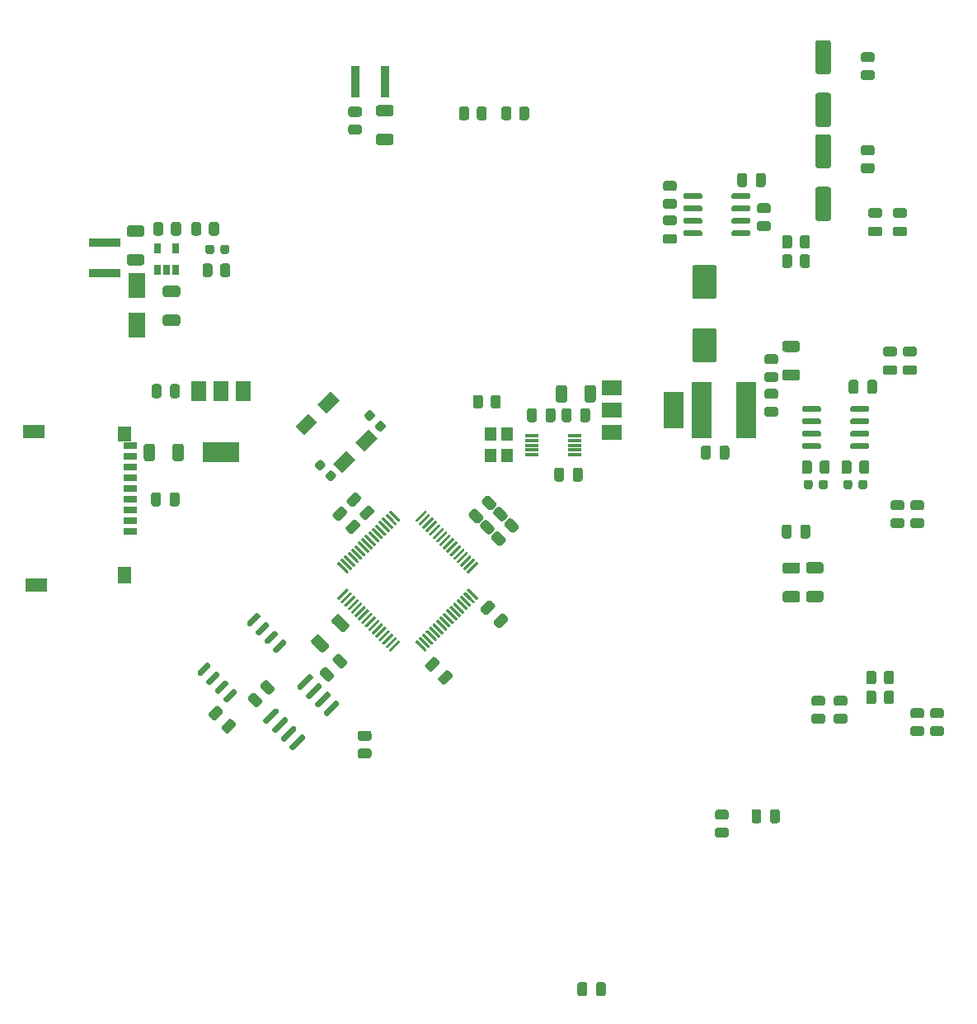
<source format=gbr>
G04 #@! TF.GenerationSoftware,KiCad,Pcbnew,(5.1.8)-1*
G04 #@! TF.CreationDate,2021-01-07T15:01:17-08:00*
G04 #@! TF.ProjectId,MegaBlaster2,4d656761-426c-4617-9374-6572322e6b69,rev?*
G04 #@! TF.SameCoordinates,Original*
G04 #@! TF.FileFunction,Paste,Top*
G04 #@! TF.FilePolarity,Positive*
%FSLAX46Y46*%
G04 Gerber Fmt 4.6, Leading zero omitted, Abs format (unit mm)*
G04 Created by KiCad (PCBNEW (5.1.8)-1) date 2021-01-07 15:01:17*
%MOMM*%
%LPD*%
G01*
G04 APERTURE LIST*
%ADD10R,2.200000X1.400000*%
%ADD11R,1.400000X1.800000*%
%ADD12R,1.400000X1.600000*%
%ADD13R,1.400000X0.700000*%
%ADD14R,1.800000X2.500000*%
%ADD15R,3.300000X0.950000*%
%ADD16R,0.950000X3.300000*%
%ADD17R,2.000000X5.800000*%
%ADD18R,0.650000X1.060000*%
%ADD19R,3.800000X2.000000*%
%ADD20R,1.500000X2.000000*%
%ADD21R,2.000000X1.500000*%
%ADD22R,2.000000X3.800000*%
%ADD23R,1.400000X0.300000*%
%ADD24C,0.100000*%
%ADD25R,1.200000X1.400000*%
G04 APERTURE END LIST*
G36*
G01*
X125073134Y-90665899D02*
X125179200Y-90559833D01*
G75*
G02*
X125285266Y-90559833I53033J-53033D01*
G01*
X126222182Y-91496749D01*
G75*
G02*
X126222182Y-91602815I-53033J-53033D01*
G01*
X126116116Y-91708881D01*
G75*
G02*
X126010050Y-91708881I-53033J53033D01*
G01*
X125073134Y-90771965D01*
G75*
G02*
X125073134Y-90665899I53033J53033D01*
G01*
G37*
G36*
G01*
X124719581Y-91019453D02*
X124825647Y-90913387D01*
G75*
G02*
X124931713Y-90913387I53033J-53033D01*
G01*
X125868629Y-91850303D01*
G75*
G02*
X125868629Y-91956369I-53033J-53033D01*
G01*
X125762563Y-92062435D01*
G75*
G02*
X125656497Y-92062435I-53033J53033D01*
G01*
X124719581Y-91125519D01*
G75*
G02*
X124719581Y-91019453I53033J53033D01*
G01*
G37*
G36*
G01*
X124366027Y-91373006D02*
X124472093Y-91266940D01*
G75*
G02*
X124578159Y-91266940I53033J-53033D01*
G01*
X125515075Y-92203856D01*
G75*
G02*
X125515075Y-92309922I-53033J-53033D01*
G01*
X125409009Y-92415988D01*
G75*
G02*
X125302943Y-92415988I-53033J53033D01*
G01*
X124366027Y-91479072D01*
G75*
G02*
X124366027Y-91373006I53033J53033D01*
G01*
G37*
G36*
G01*
X124012474Y-91726560D02*
X124118540Y-91620494D01*
G75*
G02*
X124224606Y-91620494I53033J-53033D01*
G01*
X125161522Y-92557410D01*
G75*
G02*
X125161522Y-92663476I-53033J-53033D01*
G01*
X125055456Y-92769542D01*
G75*
G02*
X124949390Y-92769542I-53033J53033D01*
G01*
X124012474Y-91832626D01*
G75*
G02*
X124012474Y-91726560I53033J53033D01*
G01*
G37*
G36*
G01*
X123658921Y-92080113D02*
X123764987Y-91974047D01*
G75*
G02*
X123871053Y-91974047I53033J-53033D01*
G01*
X124807969Y-92910963D01*
G75*
G02*
X124807969Y-93017029I-53033J-53033D01*
G01*
X124701903Y-93123095D01*
G75*
G02*
X124595837Y-93123095I-53033J53033D01*
G01*
X123658921Y-92186179D01*
G75*
G02*
X123658921Y-92080113I53033J53033D01*
G01*
G37*
G36*
G01*
X123305367Y-92433666D02*
X123411433Y-92327600D01*
G75*
G02*
X123517499Y-92327600I53033J-53033D01*
G01*
X124454415Y-93264516D01*
G75*
G02*
X124454415Y-93370582I-53033J-53033D01*
G01*
X124348349Y-93476648D01*
G75*
G02*
X124242283Y-93476648I-53033J53033D01*
G01*
X123305367Y-92539732D01*
G75*
G02*
X123305367Y-92433666I53033J53033D01*
G01*
G37*
G36*
G01*
X122951814Y-92787220D02*
X123057880Y-92681154D01*
G75*
G02*
X123163946Y-92681154I53033J-53033D01*
G01*
X124100862Y-93618070D01*
G75*
G02*
X124100862Y-93724136I-53033J-53033D01*
G01*
X123994796Y-93830202D01*
G75*
G02*
X123888730Y-93830202I-53033J53033D01*
G01*
X122951814Y-92893286D01*
G75*
G02*
X122951814Y-92787220I53033J53033D01*
G01*
G37*
G36*
G01*
X122598261Y-93140773D02*
X122704327Y-93034707D01*
G75*
G02*
X122810393Y-93034707I53033J-53033D01*
G01*
X123747309Y-93971623D01*
G75*
G02*
X123747309Y-94077689I-53033J-53033D01*
G01*
X123641243Y-94183755D01*
G75*
G02*
X123535177Y-94183755I-53033J53033D01*
G01*
X122598261Y-93246839D01*
G75*
G02*
X122598261Y-93140773I53033J53033D01*
G01*
G37*
G36*
G01*
X122244707Y-93494327D02*
X122350773Y-93388261D01*
G75*
G02*
X122456839Y-93388261I53033J-53033D01*
G01*
X123393755Y-94325177D01*
G75*
G02*
X123393755Y-94431243I-53033J-53033D01*
G01*
X123287689Y-94537309D01*
G75*
G02*
X123181623Y-94537309I-53033J53033D01*
G01*
X122244707Y-93600393D01*
G75*
G02*
X122244707Y-93494327I53033J53033D01*
G01*
G37*
G36*
G01*
X121891154Y-93847880D02*
X121997220Y-93741814D01*
G75*
G02*
X122103286Y-93741814I53033J-53033D01*
G01*
X123040202Y-94678730D01*
G75*
G02*
X123040202Y-94784796I-53033J-53033D01*
G01*
X122934136Y-94890862D01*
G75*
G02*
X122828070Y-94890862I-53033J53033D01*
G01*
X121891154Y-93953946D01*
G75*
G02*
X121891154Y-93847880I53033J53033D01*
G01*
G37*
G36*
G01*
X121537600Y-94201433D02*
X121643666Y-94095367D01*
G75*
G02*
X121749732Y-94095367I53033J-53033D01*
G01*
X122686648Y-95032283D01*
G75*
G02*
X122686648Y-95138349I-53033J-53033D01*
G01*
X122580582Y-95244415D01*
G75*
G02*
X122474516Y-95244415I-53033J53033D01*
G01*
X121537600Y-94307499D01*
G75*
G02*
X121537600Y-94201433I53033J53033D01*
G01*
G37*
G36*
G01*
X121184047Y-94554987D02*
X121290113Y-94448921D01*
G75*
G02*
X121396179Y-94448921I53033J-53033D01*
G01*
X122333095Y-95385837D01*
G75*
G02*
X122333095Y-95491903I-53033J-53033D01*
G01*
X122227029Y-95597969D01*
G75*
G02*
X122120963Y-95597969I-53033J53033D01*
G01*
X121184047Y-94661053D01*
G75*
G02*
X121184047Y-94554987I53033J53033D01*
G01*
G37*
G36*
G01*
X120830494Y-94908540D02*
X120936560Y-94802474D01*
G75*
G02*
X121042626Y-94802474I53033J-53033D01*
G01*
X121979542Y-95739390D01*
G75*
G02*
X121979542Y-95845456I-53033J-53033D01*
G01*
X121873476Y-95951522D01*
G75*
G02*
X121767410Y-95951522I-53033J53033D01*
G01*
X120830494Y-95014606D01*
G75*
G02*
X120830494Y-94908540I53033J53033D01*
G01*
G37*
G36*
G01*
X120476940Y-95262093D02*
X120583006Y-95156027D01*
G75*
G02*
X120689072Y-95156027I53033J-53033D01*
G01*
X121625988Y-96092943D01*
G75*
G02*
X121625988Y-96199009I-53033J-53033D01*
G01*
X121519922Y-96305075D01*
G75*
G02*
X121413856Y-96305075I-53033J53033D01*
G01*
X120476940Y-95368159D01*
G75*
G02*
X120476940Y-95262093I53033J53033D01*
G01*
G37*
G36*
G01*
X120123387Y-95615647D02*
X120229453Y-95509581D01*
G75*
G02*
X120335519Y-95509581I53033J-53033D01*
G01*
X121272435Y-96446497D01*
G75*
G02*
X121272435Y-96552563I-53033J-53033D01*
G01*
X121166369Y-96658629D01*
G75*
G02*
X121060303Y-96658629I-53033J53033D01*
G01*
X120123387Y-95721713D01*
G75*
G02*
X120123387Y-95615647I53033J53033D01*
G01*
G37*
G36*
G01*
X119769833Y-95969200D02*
X119875899Y-95863134D01*
G75*
G02*
X119981965Y-95863134I53033J-53033D01*
G01*
X120918881Y-96800050D01*
G75*
G02*
X120918881Y-96906116I-53033J-53033D01*
G01*
X120812815Y-97012182D01*
G75*
G02*
X120706749Y-97012182I-53033J53033D01*
G01*
X119769833Y-96075266D01*
G75*
G02*
X119769833Y-95969200I53033J53033D01*
G01*
G37*
G36*
G01*
X119769833Y-99504734D02*
X120706749Y-98567818D01*
G75*
G02*
X120812815Y-98567818I53033J-53033D01*
G01*
X120918881Y-98673884D01*
G75*
G02*
X120918881Y-98779950I-53033J-53033D01*
G01*
X119981965Y-99716866D01*
G75*
G02*
X119875899Y-99716866I-53033J53033D01*
G01*
X119769833Y-99610800D01*
G75*
G02*
X119769833Y-99504734I53033J53033D01*
G01*
G37*
G36*
G01*
X120123387Y-99858287D02*
X121060303Y-98921371D01*
G75*
G02*
X121166369Y-98921371I53033J-53033D01*
G01*
X121272435Y-99027437D01*
G75*
G02*
X121272435Y-99133503I-53033J-53033D01*
G01*
X120335519Y-100070419D01*
G75*
G02*
X120229453Y-100070419I-53033J53033D01*
G01*
X120123387Y-99964353D01*
G75*
G02*
X120123387Y-99858287I53033J53033D01*
G01*
G37*
G36*
G01*
X120476940Y-100211841D02*
X121413856Y-99274925D01*
G75*
G02*
X121519922Y-99274925I53033J-53033D01*
G01*
X121625988Y-99380991D01*
G75*
G02*
X121625988Y-99487057I-53033J-53033D01*
G01*
X120689072Y-100423973D01*
G75*
G02*
X120583006Y-100423973I-53033J53033D01*
G01*
X120476940Y-100317907D01*
G75*
G02*
X120476940Y-100211841I53033J53033D01*
G01*
G37*
G36*
G01*
X120830494Y-100565394D02*
X121767410Y-99628478D01*
G75*
G02*
X121873476Y-99628478I53033J-53033D01*
G01*
X121979542Y-99734544D01*
G75*
G02*
X121979542Y-99840610I-53033J-53033D01*
G01*
X121042626Y-100777526D01*
G75*
G02*
X120936560Y-100777526I-53033J53033D01*
G01*
X120830494Y-100671460D01*
G75*
G02*
X120830494Y-100565394I53033J53033D01*
G01*
G37*
G36*
G01*
X121184047Y-100918947D02*
X122120963Y-99982031D01*
G75*
G02*
X122227029Y-99982031I53033J-53033D01*
G01*
X122333095Y-100088097D01*
G75*
G02*
X122333095Y-100194163I-53033J-53033D01*
G01*
X121396179Y-101131079D01*
G75*
G02*
X121290113Y-101131079I-53033J53033D01*
G01*
X121184047Y-101025013D01*
G75*
G02*
X121184047Y-100918947I53033J53033D01*
G01*
G37*
G36*
G01*
X121537600Y-101272501D02*
X122474516Y-100335585D01*
G75*
G02*
X122580582Y-100335585I53033J-53033D01*
G01*
X122686648Y-100441651D01*
G75*
G02*
X122686648Y-100547717I-53033J-53033D01*
G01*
X121749732Y-101484633D01*
G75*
G02*
X121643666Y-101484633I-53033J53033D01*
G01*
X121537600Y-101378567D01*
G75*
G02*
X121537600Y-101272501I53033J53033D01*
G01*
G37*
G36*
G01*
X121891154Y-101626054D02*
X122828070Y-100689138D01*
G75*
G02*
X122934136Y-100689138I53033J-53033D01*
G01*
X123040202Y-100795204D01*
G75*
G02*
X123040202Y-100901270I-53033J-53033D01*
G01*
X122103286Y-101838186D01*
G75*
G02*
X121997220Y-101838186I-53033J53033D01*
G01*
X121891154Y-101732120D01*
G75*
G02*
X121891154Y-101626054I53033J53033D01*
G01*
G37*
G36*
G01*
X122244707Y-101979607D02*
X123181623Y-101042691D01*
G75*
G02*
X123287689Y-101042691I53033J-53033D01*
G01*
X123393755Y-101148757D01*
G75*
G02*
X123393755Y-101254823I-53033J-53033D01*
G01*
X122456839Y-102191739D01*
G75*
G02*
X122350773Y-102191739I-53033J53033D01*
G01*
X122244707Y-102085673D01*
G75*
G02*
X122244707Y-101979607I53033J53033D01*
G01*
G37*
G36*
G01*
X122598261Y-102333161D02*
X123535177Y-101396245D01*
G75*
G02*
X123641243Y-101396245I53033J-53033D01*
G01*
X123747309Y-101502311D01*
G75*
G02*
X123747309Y-101608377I-53033J-53033D01*
G01*
X122810393Y-102545293D01*
G75*
G02*
X122704327Y-102545293I-53033J53033D01*
G01*
X122598261Y-102439227D01*
G75*
G02*
X122598261Y-102333161I53033J53033D01*
G01*
G37*
G36*
G01*
X122951814Y-102686714D02*
X123888730Y-101749798D01*
G75*
G02*
X123994796Y-101749798I53033J-53033D01*
G01*
X124100862Y-101855864D01*
G75*
G02*
X124100862Y-101961930I-53033J-53033D01*
G01*
X123163946Y-102898846D01*
G75*
G02*
X123057880Y-102898846I-53033J53033D01*
G01*
X122951814Y-102792780D01*
G75*
G02*
X122951814Y-102686714I53033J53033D01*
G01*
G37*
G36*
G01*
X123305367Y-103040268D02*
X124242283Y-102103352D01*
G75*
G02*
X124348349Y-102103352I53033J-53033D01*
G01*
X124454415Y-102209418D01*
G75*
G02*
X124454415Y-102315484I-53033J-53033D01*
G01*
X123517499Y-103252400D01*
G75*
G02*
X123411433Y-103252400I-53033J53033D01*
G01*
X123305367Y-103146334D01*
G75*
G02*
X123305367Y-103040268I53033J53033D01*
G01*
G37*
G36*
G01*
X123658921Y-103393821D02*
X124595837Y-102456905D01*
G75*
G02*
X124701903Y-102456905I53033J-53033D01*
G01*
X124807969Y-102562971D01*
G75*
G02*
X124807969Y-102669037I-53033J-53033D01*
G01*
X123871053Y-103605953D01*
G75*
G02*
X123764987Y-103605953I-53033J53033D01*
G01*
X123658921Y-103499887D01*
G75*
G02*
X123658921Y-103393821I53033J53033D01*
G01*
G37*
G36*
G01*
X124012474Y-103747374D02*
X124949390Y-102810458D01*
G75*
G02*
X125055456Y-102810458I53033J-53033D01*
G01*
X125161522Y-102916524D01*
G75*
G02*
X125161522Y-103022590I-53033J-53033D01*
G01*
X124224606Y-103959506D01*
G75*
G02*
X124118540Y-103959506I-53033J53033D01*
G01*
X124012474Y-103853440D01*
G75*
G02*
X124012474Y-103747374I53033J53033D01*
G01*
G37*
G36*
G01*
X124366027Y-104100928D02*
X125302943Y-103164012D01*
G75*
G02*
X125409009Y-103164012I53033J-53033D01*
G01*
X125515075Y-103270078D01*
G75*
G02*
X125515075Y-103376144I-53033J-53033D01*
G01*
X124578159Y-104313060D01*
G75*
G02*
X124472093Y-104313060I-53033J53033D01*
G01*
X124366027Y-104206994D01*
G75*
G02*
X124366027Y-104100928I53033J53033D01*
G01*
G37*
G36*
G01*
X124719581Y-104454481D02*
X125656497Y-103517565D01*
G75*
G02*
X125762563Y-103517565I53033J-53033D01*
G01*
X125868629Y-103623631D01*
G75*
G02*
X125868629Y-103729697I-53033J-53033D01*
G01*
X124931713Y-104666613D01*
G75*
G02*
X124825647Y-104666613I-53033J53033D01*
G01*
X124719581Y-104560547D01*
G75*
G02*
X124719581Y-104454481I53033J53033D01*
G01*
G37*
G36*
G01*
X125073134Y-104808035D02*
X126010050Y-103871119D01*
G75*
G02*
X126116116Y-103871119I53033J-53033D01*
G01*
X126222182Y-103977185D01*
G75*
G02*
X126222182Y-104083251I-53033J-53033D01*
G01*
X125285266Y-105020167D01*
G75*
G02*
X125179200Y-105020167I-53033J53033D01*
G01*
X125073134Y-104914101D01*
G75*
G02*
X125073134Y-104808035I53033J53033D01*
G01*
G37*
G36*
G01*
X127777818Y-103977185D02*
X127883884Y-103871119D01*
G75*
G02*
X127989950Y-103871119I53033J-53033D01*
G01*
X128926866Y-104808035D01*
G75*
G02*
X128926866Y-104914101I-53033J-53033D01*
G01*
X128820800Y-105020167D01*
G75*
G02*
X128714734Y-105020167I-53033J53033D01*
G01*
X127777818Y-104083251D01*
G75*
G02*
X127777818Y-103977185I53033J53033D01*
G01*
G37*
G36*
G01*
X128131371Y-103623631D02*
X128237437Y-103517565D01*
G75*
G02*
X128343503Y-103517565I53033J-53033D01*
G01*
X129280419Y-104454481D01*
G75*
G02*
X129280419Y-104560547I-53033J-53033D01*
G01*
X129174353Y-104666613D01*
G75*
G02*
X129068287Y-104666613I-53033J53033D01*
G01*
X128131371Y-103729697D01*
G75*
G02*
X128131371Y-103623631I53033J53033D01*
G01*
G37*
G36*
G01*
X128484925Y-103270078D02*
X128590991Y-103164012D01*
G75*
G02*
X128697057Y-103164012I53033J-53033D01*
G01*
X129633973Y-104100928D01*
G75*
G02*
X129633973Y-104206994I-53033J-53033D01*
G01*
X129527907Y-104313060D01*
G75*
G02*
X129421841Y-104313060I-53033J53033D01*
G01*
X128484925Y-103376144D01*
G75*
G02*
X128484925Y-103270078I53033J53033D01*
G01*
G37*
G36*
G01*
X128838478Y-102916524D02*
X128944544Y-102810458D01*
G75*
G02*
X129050610Y-102810458I53033J-53033D01*
G01*
X129987526Y-103747374D01*
G75*
G02*
X129987526Y-103853440I-53033J-53033D01*
G01*
X129881460Y-103959506D01*
G75*
G02*
X129775394Y-103959506I-53033J53033D01*
G01*
X128838478Y-103022590D01*
G75*
G02*
X128838478Y-102916524I53033J53033D01*
G01*
G37*
G36*
G01*
X129192031Y-102562971D02*
X129298097Y-102456905D01*
G75*
G02*
X129404163Y-102456905I53033J-53033D01*
G01*
X130341079Y-103393821D01*
G75*
G02*
X130341079Y-103499887I-53033J-53033D01*
G01*
X130235013Y-103605953D01*
G75*
G02*
X130128947Y-103605953I-53033J53033D01*
G01*
X129192031Y-102669037D01*
G75*
G02*
X129192031Y-102562971I53033J53033D01*
G01*
G37*
G36*
G01*
X129545585Y-102209418D02*
X129651651Y-102103352D01*
G75*
G02*
X129757717Y-102103352I53033J-53033D01*
G01*
X130694633Y-103040268D01*
G75*
G02*
X130694633Y-103146334I-53033J-53033D01*
G01*
X130588567Y-103252400D01*
G75*
G02*
X130482501Y-103252400I-53033J53033D01*
G01*
X129545585Y-102315484D01*
G75*
G02*
X129545585Y-102209418I53033J53033D01*
G01*
G37*
G36*
G01*
X129899138Y-101855864D02*
X130005204Y-101749798D01*
G75*
G02*
X130111270Y-101749798I53033J-53033D01*
G01*
X131048186Y-102686714D01*
G75*
G02*
X131048186Y-102792780I-53033J-53033D01*
G01*
X130942120Y-102898846D01*
G75*
G02*
X130836054Y-102898846I-53033J53033D01*
G01*
X129899138Y-101961930D01*
G75*
G02*
X129899138Y-101855864I53033J53033D01*
G01*
G37*
G36*
G01*
X130252691Y-101502311D02*
X130358757Y-101396245D01*
G75*
G02*
X130464823Y-101396245I53033J-53033D01*
G01*
X131401739Y-102333161D01*
G75*
G02*
X131401739Y-102439227I-53033J-53033D01*
G01*
X131295673Y-102545293D01*
G75*
G02*
X131189607Y-102545293I-53033J53033D01*
G01*
X130252691Y-101608377D01*
G75*
G02*
X130252691Y-101502311I53033J53033D01*
G01*
G37*
G36*
G01*
X130606245Y-101148757D02*
X130712311Y-101042691D01*
G75*
G02*
X130818377Y-101042691I53033J-53033D01*
G01*
X131755293Y-101979607D01*
G75*
G02*
X131755293Y-102085673I-53033J-53033D01*
G01*
X131649227Y-102191739D01*
G75*
G02*
X131543161Y-102191739I-53033J53033D01*
G01*
X130606245Y-101254823D01*
G75*
G02*
X130606245Y-101148757I53033J53033D01*
G01*
G37*
G36*
G01*
X130959798Y-100795204D02*
X131065864Y-100689138D01*
G75*
G02*
X131171930Y-100689138I53033J-53033D01*
G01*
X132108846Y-101626054D01*
G75*
G02*
X132108846Y-101732120I-53033J-53033D01*
G01*
X132002780Y-101838186D01*
G75*
G02*
X131896714Y-101838186I-53033J53033D01*
G01*
X130959798Y-100901270D01*
G75*
G02*
X130959798Y-100795204I53033J53033D01*
G01*
G37*
G36*
G01*
X131313352Y-100441651D02*
X131419418Y-100335585D01*
G75*
G02*
X131525484Y-100335585I53033J-53033D01*
G01*
X132462400Y-101272501D01*
G75*
G02*
X132462400Y-101378567I-53033J-53033D01*
G01*
X132356334Y-101484633D01*
G75*
G02*
X132250268Y-101484633I-53033J53033D01*
G01*
X131313352Y-100547717D01*
G75*
G02*
X131313352Y-100441651I53033J53033D01*
G01*
G37*
G36*
G01*
X131666905Y-100088097D02*
X131772971Y-99982031D01*
G75*
G02*
X131879037Y-99982031I53033J-53033D01*
G01*
X132815953Y-100918947D01*
G75*
G02*
X132815953Y-101025013I-53033J-53033D01*
G01*
X132709887Y-101131079D01*
G75*
G02*
X132603821Y-101131079I-53033J53033D01*
G01*
X131666905Y-100194163D01*
G75*
G02*
X131666905Y-100088097I53033J53033D01*
G01*
G37*
G36*
G01*
X132020458Y-99734544D02*
X132126524Y-99628478D01*
G75*
G02*
X132232590Y-99628478I53033J-53033D01*
G01*
X133169506Y-100565394D01*
G75*
G02*
X133169506Y-100671460I-53033J-53033D01*
G01*
X133063440Y-100777526D01*
G75*
G02*
X132957374Y-100777526I-53033J53033D01*
G01*
X132020458Y-99840610D01*
G75*
G02*
X132020458Y-99734544I53033J53033D01*
G01*
G37*
G36*
G01*
X132374012Y-99380991D02*
X132480078Y-99274925D01*
G75*
G02*
X132586144Y-99274925I53033J-53033D01*
G01*
X133523060Y-100211841D01*
G75*
G02*
X133523060Y-100317907I-53033J-53033D01*
G01*
X133416994Y-100423973D01*
G75*
G02*
X133310928Y-100423973I-53033J53033D01*
G01*
X132374012Y-99487057D01*
G75*
G02*
X132374012Y-99380991I53033J53033D01*
G01*
G37*
G36*
G01*
X132727565Y-99027437D02*
X132833631Y-98921371D01*
G75*
G02*
X132939697Y-98921371I53033J-53033D01*
G01*
X133876613Y-99858287D01*
G75*
G02*
X133876613Y-99964353I-53033J-53033D01*
G01*
X133770547Y-100070419D01*
G75*
G02*
X133664481Y-100070419I-53033J53033D01*
G01*
X132727565Y-99133503D01*
G75*
G02*
X132727565Y-99027437I53033J53033D01*
G01*
G37*
G36*
G01*
X133081119Y-98673884D02*
X133187185Y-98567818D01*
G75*
G02*
X133293251Y-98567818I53033J-53033D01*
G01*
X134230167Y-99504734D01*
G75*
G02*
X134230167Y-99610800I-53033J-53033D01*
G01*
X134124101Y-99716866D01*
G75*
G02*
X134018035Y-99716866I-53033J53033D01*
G01*
X133081119Y-98779950D01*
G75*
G02*
X133081119Y-98673884I53033J53033D01*
G01*
G37*
G36*
G01*
X133081119Y-96800050D02*
X134018035Y-95863134D01*
G75*
G02*
X134124101Y-95863134I53033J-53033D01*
G01*
X134230167Y-95969200D01*
G75*
G02*
X134230167Y-96075266I-53033J-53033D01*
G01*
X133293251Y-97012182D01*
G75*
G02*
X133187185Y-97012182I-53033J53033D01*
G01*
X133081119Y-96906116D01*
G75*
G02*
X133081119Y-96800050I53033J53033D01*
G01*
G37*
G36*
G01*
X132727565Y-96446497D02*
X133664481Y-95509581D01*
G75*
G02*
X133770547Y-95509581I53033J-53033D01*
G01*
X133876613Y-95615647D01*
G75*
G02*
X133876613Y-95721713I-53033J-53033D01*
G01*
X132939697Y-96658629D01*
G75*
G02*
X132833631Y-96658629I-53033J53033D01*
G01*
X132727565Y-96552563D01*
G75*
G02*
X132727565Y-96446497I53033J53033D01*
G01*
G37*
G36*
G01*
X132374012Y-96092943D02*
X133310928Y-95156027D01*
G75*
G02*
X133416994Y-95156027I53033J-53033D01*
G01*
X133523060Y-95262093D01*
G75*
G02*
X133523060Y-95368159I-53033J-53033D01*
G01*
X132586144Y-96305075D01*
G75*
G02*
X132480078Y-96305075I-53033J53033D01*
G01*
X132374012Y-96199009D01*
G75*
G02*
X132374012Y-96092943I53033J53033D01*
G01*
G37*
G36*
G01*
X132020458Y-95739390D02*
X132957374Y-94802474D01*
G75*
G02*
X133063440Y-94802474I53033J-53033D01*
G01*
X133169506Y-94908540D01*
G75*
G02*
X133169506Y-95014606I-53033J-53033D01*
G01*
X132232590Y-95951522D01*
G75*
G02*
X132126524Y-95951522I-53033J53033D01*
G01*
X132020458Y-95845456D01*
G75*
G02*
X132020458Y-95739390I53033J53033D01*
G01*
G37*
G36*
G01*
X131666905Y-95385837D02*
X132603821Y-94448921D01*
G75*
G02*
X132709887Y-94448921I53033J-53033D01*
G01*
X132815953Y-94554987D01*
G75*
G02*
X132815953Y-94661053I-53033J-53033D01*
G01*
X131879037Y-95597969D01*
G75*
G02*
X131772971Y-95597969I-53033J53033D01*
G01*
X131666905Y-95491903D01*
G75*
G02*
X131666905Y-95385837I53033J53033D01*
G01*
G37*
G36*
G01*
X131313352Y-95032283D02*
X132250268Y-94095367D01*
G75*
G02*
X132356334Y-94095367I53033J-53033D01*
G01*
X132462400Y-94201433D01*
G75*
G02*
X132462400Y-94307499I-53033J-53033D01*
G01*
X131525484Y-95244415D01*
G75*
G02*
X131419418Y-95244415I-53033J53033D01*
G01*
X131313352Y-95138349D01*
G75*
G02*
X131313352Y-95032283I53033J53033D01*
G01*
G37*
G36*
G01*
X130959798Y-94678730D02*
X131896714Y-93741814D01*
G75*
G02*
X132002780Y-93741814I53033J-53033D01*
G01*
X132108846Y-93847880D01*
G75*
G02*
X132108846Y-93953946I-53033J-53033D01*
G01*
X131171930Y-94890862D01*
G75*
G02*
X131065864Y-94890862I-53033J53033D01*
G01*
X130959798Y-94784796D01*
G75*
G02*
X130959798Y-94678730I53033J53033D01*
G01*
G37*
G36*
G01*
X130606245Y-94325177D02*
X131543161Y-93388261D01*
G75*
G02*
X131649227Y-93388261I53033J-53033D01*
G01*
X131755293Y-93494327D01*
G75*
G02*
X131755293Y-93600393I-53033J-53033D01*
G01*
X130818377Y-94537309D01*
G75*
G02*
X130712311Y-94537309I-53033J53033D01*
G01*
X130606245Y-94431243D01*
G75*
G02*
X130606245Y-94325177I53033J53033D01*
G01*
G37*
G36*
G01*
X130252691Y-93971623D02*
X131189607Y-93034707D01*
G75*
G02*
X131295673Y-93034707I53033J-53033D01*
G01*
X131401739Y-93140773D01*
G75*
G02*
X131401739Y-93246839I-53033J-53033D01*
G01*
X130464823Y-94183755D01*
G75*
G02*
X130358757Y-94183755I-53033J53033D01*
G01*
X130252691Y-94077689D01*
G75*
G02*
X130252691Y-93971623I53033J53033D01*
G01*
G37*
G36*
G01*
X129899138Y-93618070D02*
X130836054Y-92681154D01*
G75*
G02*
X130942120Y-92681154I53033J-53033D01*
G01*
X131048186Y-92787220D01*
G75*
G02*
X131048186Y-92893286I-53033J-53033D01*
G01*
X130111270Y-93830202D01*
G75*
G02*
X130005204Y-93830202I-53033J53033D01*
G01*
X129899138Y-93724136D01*
G75*
G02*
X129899138Y-93618070I53033J53033D01*
G01*
G37*
G36*
G01*
X129545585Y-93264516D02*
X130482501Y-92327600D01*
G75*
G02*
X130588567Y-92327600I53033J-53033D01*
G01*
X130694633Y-92433666D01*
G75*
G02*
X130694633Y-92539732I-53033J-53033D01*
G01*
X129757717Y-93476648D01*
G75*
G02*
X129651651Y-93476648I-53033J53033D01*
G01*
X129545585Y-93370582D01*
G75*
G02*
X129545585Y-93264516I53033J53033D01*
G01*
G37*
G36*
G01*
X129192031Y-92910963D02*
X130128947Y-91974047D01*
G75*
G02*
X130235013Y-91974047I53033J-53033D01*
G01*
X130341079Y-92080113D01*
G75*
G02*
X130341079Y-92186179I-53033J-53033D01*
G01*
X129404163Y-93123095D01*
G75*
G02*
X129298097Y-93123095I-53033J53033D01*
G01*
X129192031Y-93017029D01*
G75*
G02*
X129192031Y-92910963I53033J53033D01*
G01*
G37*
G36*
G01*
X128838478Y-92557410D02*
X129775394Y-91620494D01*
G75*
G02*
X129881460Y-91620494I53033J-53033D01*
G01*
X129987526Y-91726560D01*
G75*
G02*
X129987526Y-91832626I-53033J-53033D01*
G01*
X129050610Y-92769542D01*
G75*
G02*
X128944544Y-92769542I-53033J53033D01*
G01*
X128838478Y-92663476D01*
G75*
G02*
X128838478Y-92557410I53033J53033D01*
G01*
G37*
G36*
G01*
X128484925Y-92203856D02*
X129421841Y-91266940D01*
G75*
G02*
X129527907Y-91266940I53033J-53033D01*
G01*
X129633973Y-91373006D01*
G75*
G02*
X129633973Y-91479072I-53033J-53033D01*
G01*
X128697057Y-92415988D01*
G75*
G02*
X128590991Y-92415988I-53033J53033D01*
G01*
X128484925Y-92309922D01*
G75*
G02*
X128484925Y-92203856I53033J53033D01*
G01*
G37*
G36*
G01*
X128131371Y-91850303D02*
X129068287Y-90913387D01*
G75*
G02*
X129174353Y-90913387I53033J-53033D01*
G01*
X129280419Y-91019453D01*
G75*
G02*
X129280419Y-91125519I-53033J-53033D01*
G01*
X128343503Y-92062435D01*
G75*
G02*
X128237437Y-92062435I-53033J53033D01*
G01*
X128131371Y-91956369D01*
G75*
G02*
X128131371Y-91850303I53033J53033D01*
G01*
G37*
G36*
G01*
X127777818Y-91496749D02*
X128714734Y-90559833D01*
G75*
G02*
X128820800Y-90559833I53033J-53033D01*
G01*
X128926866Y-90665899D01*
G75*
G02*
X128926866Y-90771965I-53033J-53033D01*
G01*
X127989950Y-91708881D01*
G75*
G02*
X127883884Y-91708881I-53033J53033D01*
G01*
X127777818Y-91602815D01*
G75*
G02*
X127777818Y-91496749I53033J53033D01*
G01*
G37*
D10*
X88626000Y-82459000D03*
X88824000Y-98209000D03*
D11*
X97925000Y-97208000D03*
D12*
X97925000Y-82660000D03*
D13*
X98485000Y-83910000D03*
X98485000Y-85010000D03*
X98485000Y-86110000D03*
X98485000Y-87210000D03*
X98485000Y-88310000D03*
X98485000Y-89410000D03*
X98485000Y-90510000D03*
X98485000Y-91610000D03*
X98485000Y-92710000D03*
G36*
G01*
X124694975Y-82041421D02*
X124341421Y-82394975D01*
G75*
G02*
X124023223Y-82394975I-159099J159099D01*
G01*
X123705025Y-82076777D01*
G75*
G02*
X123705025Y-81758579I159099J159099D01*
G01*
X124058579Y-81405025D01*
G75*
G02*
X124376777Y-81405025I159099J-159099D01*
G01*
X124694975Y-81723223D01*
G75*
G02*
X124694975Y-82041421I-159099J-159099D01*
G01*
G37*
G36*
G01*
X123598959Y-80945405D02*
X123245405Y-81298959D01*
G75*
G02*
X122927207Y-81298959I-159099J159099D01*
G01*
X122609009Y-80980761D01*
G75*
G02*
X122609009Y-80662563I159099J159099D01*
G01*
X122962563Y-80309009D01*
G75*
G02*
X123280761Y-80309009I159099J-159099D01*
G01*
X123598959Y-80627207D01*
G75*
G02*
X123598959Y-80945405I-159099J-159099D01*
G01*
G37*
G36*
G01*
X135354073Y-90467678D02*
X134682322Y-89795927D01*
G75*
G02*
X134682322Y-89442373I176777J176777D01*
G01*
X135035875Y-89088820D01*
G75*
G02*
X135389429Y-89088820I176777J-176777D01*
G01*
X136061180Y-89760571D01*
G75*
G02*
X136061180Y-90114125I-176777J-176777D01*
G01*
X135707627Y-90467678D01*
G75*
G02*
X135354073Y-90467678I-176777J176777D01*
G01*
G37*
G36*
G01*
X134010571Y-91811180D02*
X133338820Y-91139429D01*
G75*
G02*
X133338820Y-90785875I176777J176777D01*
G01*
X133692373Y-90432322D01*
G75*
G02*
X134045927Y-90432322I176777J-176777D01*
G01*
X134717678Y-91104073D01*
G75*
G02*
X134717678Y-91457627I-176777J-176777D01*
G01*
X134364125Y-91811180D01*
G75*
G02*
X134010571Y-91811180I-176777J176777D01*
G01*
G37*
G36*
G01*
X119592983Y-87139429D02*
X119239429Y-87492983D01*
G75*
G02*
X118921231Y-87492983I-159099J159099D01*
G01*
X118603033Y-87174785D01*
G75*
G02*
X118603033Y-86856587I159099J159099D01*
G01*
X118956587Y-86503033D01*
G75*
G02*
X119274785Y-86503033I159099J-159099D01*
G01*
X119592983Y-86821231D01*
G75*
G02*
X119592983Y-87139429I-159099J-159099D01*
G01*
G37*
G36*
G01*
X118496967Y-86043413D02*
X118143413Y-86396967D01*
G75*
G02*
X117825215Y-86396967I-159099J159099D01*
G01*
X117507017Y-86078769D01*
G75*
G02*
X117507017Y-85760571I159099J159099D01*
G01*
X117860571Y-85407017D01*
G75*
G02*
X118178769Y-85407017I159099J-159099D01*
G01*
X118496967Y-85725215D01*
G75*
G02*
X118496967Y-86043413I-159099J-159099D01*
G01*
G37*
G36*
G01*
X135882322Y-101854073D02*
X136554073Y-101182322D01*
G75*
G02*
X136907627Y-101182322I176777J-176777D01*
G01*
X137261180Y-101535875D01*
G75*
G02*
X137261180Y-101889429I-176777J-176777D01*
G01*
X136589429Y-102561180D01*
G75*
G02*
X136235875Y-102561180I-176777J176777D01*
G01*
X135882322Y-102207627D01*
G75*
G02*
X135882322Y-101854073I176777J176777D01*
G01*
G37*
G36*
G01*
X134538820Y-100510571D02*
X135210571Y-99838820D01*
G75*
G02*
X135564125Y-99838820I176777J-176777D01*
G01*
X135917678Y-100192373D01*
G75*
G02*
X135917678Y-100545927I-176777J-176777D01*
G01*
X135245927Y-101217678D01*
G75*
G02*
X134892373Y-101217678I-176777J176777D01*
G01*
X134538820Y-100864125D01*
G75*
G02*
X134538820Y-100510571I176777J176777D01*
G01*
G37*
G36*
G01*
X122167678Y-89445927D02*
X121495927Y-90117678D01*
G75*
G02*
X121142373Y-90117678I-176777J176777D01*
G01*
X120788820Y-89764125D01*
G75*
G02*
X120788820Y-89410571I176777J176777D01*
G01*
X121460571Y-88738820D01*
G75*
G02*
X121814125Y-88738820I176777J-176777D01*
G01*
X122167678Y-89092373D01*
G75*
G02*
X122167678Y-89445927I-176777J-176777D01*
G01*
G37*
G36*
G01*
X123511180Y-90789429D02*
X122839429Y-91461180D01*
G75*
G02*
X122485875Y-91461180I-176777J176777D01*
G01*
X122132322Y-91107627D01*
G75*
G02*
X122132322Y-90754073I176777J176777D01*
G01*
X122804073Y-90082322D01*
G75*
G02*
X123157627Y-90082322I176777J-176777D01*
G01*
X123511180Y-90435875D01*
G75*
G02*
X123511180Y-90789429I-176777J-176777D01*
G01*
G37*
G36*
G01*
X120727678Y-90885927D02*
X120055927Y-91557678D01*
G75*
G02*
X119702373Y-91557678I-176777J176777D01*
G01*
X119348820Y-91204125D01*
G75*
G02*
X119348820Y-90850571I176777J176777D01*
G01*
X120020571Y-90178820D01*
G75*
G02*
X120374125Y-90178820I176777J-176777D01*
G01*
X120727678Y-90532373D01*
G75*
G02*
X120727678Y-90885927I-176777J-176777D01*
G01*
G37*
G36*
G01*
X122071180Y-92229429D02*
X121399429Y-92901180D01*
G75*
G02*
X121045875Y-92901180I-176777J176777D01*
G01*
X120692322Y-92547627D01*
G75*
G02*
X120692322Y-92194073I176777J176777D01*
G01*
X121364073Y-91522322D01*
G75*
G02*
X121717627Y-91522322I176777J-176777D01*
G01*
X122071180Y-91875875D01*
G75*
G02*
X122071180Y-92229429I-176777J-176777D01*
G01*
G37*
G36*
G01*
X128838820Y-106310571D02*
X129510571Y-105638820D01*
G75*
G02*
X129864125Y-105638820I176777J-176777D01*
G01*
X130217678Y-105992373D01*
G75*
G02*
X130217678Y-106345927I-176777J-176777D01*
G01*
X129545927Y-107017678D01*
G75*
G02*
X129192373Y-107017678I-176777J176777D01*
G01*
X128838820Y-106664125D01*
G75*
G02*
X128838820Y-106310571I176777J176777D01*
G01*
G37*
G36*
G01*
X130182322Y-107654073D02*
X130854073Y-106982322D01*
G75*
G02*
X131207627Y-106982322I176777J-176777D01*
G01*
X131561180Y-107335875D01*
G75*
G02*
X131561180Y-107689429I-176777J-176777D01*
G01*
X130889429Y-108361180D01*
G75*
G02*
X130535875Y-108361180I-176777J176777D01*
G01*
X130182322Y-108007627D01*
G75*
G02*
X130182322Y-107654073I176777J176777D01*
G01*
G37*
G36*
G01*
X117953983Y-103326776D02*
X118873224Y-104246017D01*
G75*
G02*
X118873224Y-104599569I-176776J-176776D01*
G01*
X118413603Y-105059190D01*
G75*
G02*
X118060051Y-105059190I-176776J176776D01*
G01*
X117140810Y-104139949D01*
G75*
G02*
X117140810Y-103786397I176776J176776D01*
G01*
X117600431Y-103326776D01*
G75*
G02*
X117953983Y-103326776I176776J-176776D01*
G01*
G37*
G36*
G01*
X120039949Y-101240810D02*
X120959190Y-102160051D01*
G75*
G02*
X120959190Y-102513603I-176776J-176776D01*
G01*
X120499569Y-102973224D01*
G75*
G02*
X120146017Y-102973224I-176776J176776D01*
G01*
X119226776Y-102053983D01*
G75*
G02*
X119226776Y-101700431I176776J176776D01*
G01*
X119686397Y-101240810D01*
G75*
G02*
X120039949Y-101240810I176776J-176776D01*
G01*
G37*
G36*
G01*
X98409999Y-64250000D02*
X99710001Y-64250000D01*
G75*
G02*
X99960000Y-64499999I0J-249999D01*
G01*
X99960000Y-65150001D01*
G75*
G02*
X99710001Y-65400000I-249999J0D01*
G01*
X98409999Y-65400000D01*
G75*
G02*
X98160000Y-65150001I0J249999D01*
G01*
X98160000Y-64499999D01*
G75*
G02*
X98409999Y-64250000I249999J0D01*
G01*
G37*
G36*
G01*
X98409999Y-61300000D02*
X99710001Y-61300000D01*
G75*
G02*
X99960000Y-61549999I0J-249999D01*
G01*
X99960000Y-62200001D01*
G75*
G02*
X99710001Y-62450000I-249999J0D01*
G01*
X98409999Y-62450000D01*
G75*
G02*
X98160000Y-62200001I0J249999D01*
G01*
X98160000Y-61549999D01*
G75*
G02*
X98409999Y-61300000I249999J0D01*
G01*
G37*
G36*
G01*
X135160571Y-92961180D02*
X134488820Y-92289429D01*
G75*
G02*
X134488820Y-91935875I176777J176777D01*
G01*
X134842373Y-91582322D01*
G75*
G02*
X135195927Y-91582322I176777J-176777D01*
G01*
X135867678Y-92254073D01*
G75*
G02*
X135867678Y-92607627I-176777J-176777D01*
G01*
X135514125Y-92961180D01*
G75*
G02*
X135160571Y-92961180I-176777J176777D01*
G01*
G37*
G36*
G01*
X136504073Y-91617678D02*
X135832322Y-90945927D01*
G75*
G02*
X135832322Y-90592373I176777J176777D01*
G01*
X136185875Y-90238820D01*
G75*
G02*
X136539429Y-90238820I176777J-176777D01*
G01*
X137211180Y-90910571D01*
G75*
G02*
X137211180Y-91264125I-176777J-176777D01*
G01*
X136857627Y-91617678D01*
G75*
G02*
X136504073Y-91617678I-176777J176777D01*
G01*
G37*
G36*
G01*
X136310571Y-94111180D02*
X135638820Y-93439429D01*
G75*
G02*
X135638820Y-93085875I176777J176777D01*
G01*
X135992373Y-92732322D01*
G75*
G02*
X136345927Y-92732322I176777J-176777D01*
G01*
X137017678Y-93404073D01*
G75*
G02*
X137017678Y-93757627I-176777J-176777D01*
G01*
X136664125Y-94111180D01*
G75*
G02*
X136310571Y-94111180I-176777J176777D01*
G01*
G37*
G36*
G01*
X137654073Y-92767678D02*
X136982322Y-92095927D01*
G75*
G02*
X136982322Y-91742373I176777J176777D01*
G01*
X137335875Y-91388820D01*
G75*
G02*
X137689429Y-91388820I176777J-176777D01*
G01*
X138361180Y-92060571D01*
G75*
G02*
X138361180Y-92414125I-176777J-176777D01*
G01*
X138007627Y-92767678D01*
G75*
G02*
X137654073Y-92767678I-176777J176777D01*
G01*
G37*
G36*
G01*
X107125000Y-63500000D02*
X107125000Y-64000000D01*
G75*
G02*
X106900000Y-64225000I-225000J0D01*
G01*
X106450000Y-64225000D01*
G75*
G02*
X106225000Y-64000000I0J225000D01*
G01*
X106225000Y-63500000D01*
G75*
G02*
X106450000Y-63275000I225000J0D01*
G01*
X106900000Y-63275000D01*
G75*
G02*
X107125000Y-63500000I0J-225000D01*
G01*
G37*
G36*
G01*
X108675000Y-63500000D02*
X108675000Y-64000000D01*
G75*
G02*
X108450000Y-64225000I-225000J0D01*
G01*
X108000000Y-64225000D01*
G75*
G02*
X107775000Y-64000000I0J225000D01*
G01*
X107775000Y-63500000D01*
G75*
G02*
X108000000Y-63275000I225000J0D01*
G01*
X108450000Y-63275000D01*
G75*
G02*
X108675000Y-63500000I0J-225000D01*
G01*
G37*
G36*
G01*
X103400001Y-68650000D02*
X102099999Y-68650000D01*
G75*
G02*
X101850000Y-68400001I0J249999D01*
G01*
X101850000Y-67749999D01*
G75*
G02*
X102099999Y-67500000I249999J0D01*
G01*
X103400001Y-67500000D01*
G75*
G02*
X103650000Y-67749999I0J-249999D01*
G01*
X103650000Y-68400001D01*
G75*
G02*
X103400001Y-68650000I-249999J0D01*
G01*
G37*
G36*
G01*
X103400001Y-71600000D02*
X102099999Y-71600000D01*
G75*
G02*
X101850000Y-71350001I0J249999D01*
G01*
X101850000Y-70699999D01*
G75*
G02*
X102099999Y-70450000I249999J0D01*
G01*
X103400001Y-70450000D01*
G75*
G02*
X103650000Y-70699999I0J-249999D01*
G01*
X103650000Y-71350001D01*
G75*
G02*
X103400001Y-71600000I-249999J0D01*
G01*
G37*
G36*
G01*
X125300001Y-53050000D02*
X123999999Y-53050000D01*
G75*
G02*
X123750000Y-52800001I0J249999D01*
G01*
X123750000Y-52149999D01*
G75*
G02*
X123999999Y-51900000I249999J0D01*
G01*
X125300001Y-51900000D01*
G75*
G02*
X125550000Y-52149999I0J-249999D01*
G01*
X125550000Y-52800001D01*
G75*
G02*
X125300001Y-53050000I-249999J0D01*
G01*
G37*
G36*
G01*
X125300001Y-50100000D02*
X123999999Y-50100000D01*
G75*
G02*
X123750000Y-49850001I0J249999D01*
G01*
X123750000Y-49199999D01*
G75*
G02*
X123999999Y-48950000I249999J0D01*
G01*
X125300001Y-48950000D01*
G75*
G02*
X125550000Y-49199999I0J-249999D01*
G01*
X125550000Y-49850001D01*
G75*
G02*
X125300001Y-50100000I-249999J0D01*
G01*
G37*
G36*
G01*
X103600000Y-77825000D02*
X103600000Y-78775000D01*
G75*
G02*
X103350000Y-79025000I-250000J0D01*
G01*
X102850000Y-79025000D01*
G75*
G02*
X102600000Y-78775000I0J250000D01*
G01*
X102600000Y-77825000D01*
G75*
G02*
X102850000Y-77575000I250000J0D01*
G01*
X103350000Y-77575000D01*
G75*
G02*
X103600000Y-77825000I0J-250000D01*
G01*
G37*
G36*
G01*
X101700000Y-77825000D02*
X101700000Y-78775000D01*
G75*
G02*
X101450000Y-79025000I-250000J0D01*
G01*
X100950000Y-79025000D01*
G75*
G02*
X100700000Y-78775000I0J250000D01*
G01*
X100700000Y-77825000D01*
G75*
G02*
X100950000Y-77575000I250000J0D01*
G01*
X101450000Y-77575000D01*
G75*
G02*
X101700000Y-77825000I0J-250000D01*
G01*
G37*
G36*
G01*
X143822000Y-80297000D02*
X143822000Y-81247000D01*
G75*
G02*
X143572000Y-81497000I-250000J0D01*
G01*
X143072000Y-81497000D01*
G75*
G02*
X142822000Y-81247000I0J250000D01*
G01*
X142822000Y-80297000D01*
G75*
G02*
X143072000Y-80047000I250000J0D01*
G01*
X143572000Y-80047000D01*
G75*
G02*
X143822000Y-80297000I0J-250000D01*
G01*
G37*
G36*
G01*
X145722000Y-80297000D02*
X145722000Y-81247000D01*
G75*
G02*
X145472000Y-81497000I-250000J0D01*
G01*
X144972000Y-81497000D01*
G75*
G02*
X144722000Y-81247000I0J250000D01*
G01*
X144722000Y-80297000D01*
G75*
G02*
X144972000Y-80047000I250000J0D01*
G01*
X145472000Y-80047000D01*
G75*
G02*
X145722000Y-80297000I0J-250000D01*
G01*
G37*
G36*
G01*
X139266000Y-81247000D02*
X139266000Y-80297000D01*
G75*
G02*
X139516000Y-80047000I250000J0D01*
G01*
X140016000Y-80047000D01*
G75*
G02*
X140266000Y-80297000I0J-250000D01*
G01*
X140266000Y-81247000D01*
G75*
G02*
X140016000Y-81497000I-250000J0D01*
G01*
X139516000Y-81497000D01*
G75*
G02*
X139266000Y-81247000I0J250000D01*
G01*
G37*
G36*
G01*
X141166000Y-81247000D02*
X141166000Y-80297000D01*
G75*
G02*
X141416000Y-80047000I250000J0D01*
G01*
X141916000Y-80047000D01*
G75*
G02*
X142166000Y-80297000I0J-250000D01*
G01*
X142166000Y-81247000D01*
G75*
G02*
X141916000Y-81497000I-250000J0D01*
G01*
X141416000Y-81497000D01*
G75*
G02*
X141166000Y-81247000I0J250000D01*
G01*
G37*
G36*
G01*
X118690571Y-108041180D02*
X118018820Y-107369429D01*
G75*
G02*
X118018820Y-107015875I176777J176777D01*
G01*
X118372373Y-106662322D01*
G75*
G02*
X118725927Y-106662322I176777J-176777D01*
G01*
X119397678Y-107334073D01*
G75*
G02*
X119397678Y-107687627I-176777J-176777D01*
G01*
X119044125Y-108041180D01*
G75*
G02*
X118690571Y-108041180I-176777J176777D01*
G01*
G37*
G36*
G01*
X120034073Y-106697678D02*
X119362322Y-106025927D01*
G75*
G02*
X119362322Y-105672373I176777J176777D01*
G01*
X119715875Y-105318820D01*
G75*
G02*
X120069429Y-105318820I176777J-176777D01*
G01*
X120741180Y-105990571D01*
G75*
G02*
X120741180Y-106344125I-176777J-176777D01*
G01*
X120387627Y-106697678D01*
G75*
G02*
X120034073Y-106697678I-176777J176777D01*
G01*
G37*
G36*
G01*
X107932322Y-112668073D02*
X108604073Y-111996322D01*
G75*
G02*
X108957627Y-111996322I176777J-176777D01*
G01*
X109311180Y-112349875D01*
G75*
G02*
X109311180Y-112703429I-176777J-176777D01*
G01*
X108639429Y-113375180D01*
G75*
G02*
X108285875Y-113375180I-176777J176777D01*
G01*
X107932322Y-113021627D01*
G75*
G02*
X107932322Y-112668073I176777J176777D01*
G01*
G37*
G36*
G01*
X106588820Y-111324571D02*
X107260571Y-110652820D01*
G75*
G02*
X107614125Y-110652820I176777J-176777D01*
G01*
X107967678Y-111006373D01*
G75*
G02*
X107967678Y-111359927I-176777J-176777D01*
G01*
X107295927Y-112031678D01*
G75*
G02*
X106942373Y-112031678I-176777J176777D01*
G01*
X106588820Y-111678125D01*
G75*
G02*
X106588820Y-111324571I176777J176777D01*
G01*
G37*
G36*
G01*
X101050000Y-83949999D02*
X101050000Y-85250001D01*
G75*
G02*
X100800001Y-85500000I-249999J0D01*
G01*
X100149999Y-85500000D01*
G75*
G02*
X99900000Y-85250001I0J249999D01*
G01*
X99900000Y-83949999D01*
G75*
G02*
X100149999Y-83700000I249999J0D01*
G01*
X100800001Y-83700000D01*
G75*
G02*
X101050000Y-83949999I0J-249999D01*
G01*
G37*
G36*
G01*
X104000000Y-83949999D02*
X104000000Y-85250001D01*
G75*
G02*
X103750001Y-85500000I-249999J0D01*
G01*
X103099999Y-85500000D01*
G75*
G02*
X102850000Y-85250001I0J249999D01*
G01*
X102850000Y-83949999D01*
G75*
G02*
X103099999Y-83700000I249999J0D01*
G01*
X103750001Y-83700000D01*
G75*
G02*
X104000000Y-83949999I0J-249999D01*
G01*
G37*
G36*
G01*
X146320000Y-77919999D02*
X146320000Y-79220001D01*
G75*
G02*
X146070001Y-79470000I-249999J0D01*
G01*
X145419999Y-79470000D01*
G75*
G02*
X145170000Y-79220001I0J249999D01*
G01*
X145170000Y-77919999D01*
G75*
G02*
X145419999Y-77670000I249999J0D01*
G01*
X146070001Y-77670000D01*
G75*
G02*
X146320000Y-77919999I0J-249999D01*
G01*
G37*
G36*
G01*
X143370000Y-77919999D02*
X143370000Y-79220001D01*
G75*
G02*
X143120001Y-79470000I-249999J0D01*
G01*
X142469999Y-79470000D01*
G75*
G02*
X142220000Y-79220001I0J249999D01*
G01*
X142220000Y-77919999D01*
G75*
G02*
X142469999Y-77670000I249999J0D01*
G01*
X143120001Y-77670000D01*
G75*
G02*
X143370000Y-77919999I0J-249999D01*
G01*
G37*
G36*
G01*
X143960000Y-87343000D02*
X143960000Y-86393000D01*
G75*
G02*
X144210000Y-86143000I250000J0D01*
G01*
X144710000Y-86143000D01*
G75*
G02*
X144960000Y-86393000I0J-250000D01*
G01*
X144960000Y-87343000D01*
G75*
G02*
X144710000Y-87593000I-250000J0D01*
G01*
X144210000Y-87593000D01*
G75*
G02*
X143960000Y-87343000I0J250000D01*
G01*
G37*
G36*
G01*
X142060000Y-87343000D02*
X142060000Y-86393000D01*
G75*
G02*
X142310000Y-86143000I250000J0D01*
G01*
X142810000Y-86143000D01*
G75*
G02*
X143060000Y-86393000I0J-250000D01*
G01*
X143060000Y-87343000D01*
G75*
G02*
X142810000Y-87593000I-250000J0D01*
G01*
X142310000Y-87593000D01*
G75*
G02*
X142060000Y-87343000I0J250000D01*
G01*
G37*
G36*
G01*
X158480000Y-75358000D02*
X156480000Y-75358000D01*
G75*
G02*
X156230000Y-75108000I0J250000D01*
G01*
X156230000Y-72108000D01*
G75*
G02*
X156480000Y-71858000I250000J0D01*
G01*
X158480000Y-71858000D01*
G75*
G02*
X158730000Y-72108000I0J-250000D01*
G01*
X158730000Y-75108000D01*
G75*
G02*
X158480000Y-75358000I-250000J0D01*
G01*
G37*
G36*
G01*
X158480000Y-68858000D02*
X156480000Y-68858000D01*
G75*
G02*
X156230000Y-68608000I0J250000D01*
G01*
X156230000Y-65608000D01*
G75*
G02*
X156480000Y-65358000I250000J0D01*
G01*
X158480000Y-65358000D01*
G75*
G02*
X158730000Y-65608000I0J-250000D01*
G01*
X158730000Y-68608000D01*
G75*
G02*
X158480000Y-68858000I-250000J0D01*
G01*
G37*
G36*
G01*
X103558000Y-88933000D02*
X103558000Y-89883000D01*
G75*
G02*
X103308000Y-90133000I-250000J0D01*
G01*
X102808000Y-90133000D01*
G75*
G02*
X102558000Y-89883000I0J250000D01*
G01*
X102558000Y-88933000D01*
G75*
G02*
X102808000Y-88683000I250000J0D01*
G01*
X103308000Y-88683000D01*
G75*
G02*
X103558000Y-88933000I0J-250000D01*
G01*
G37*
G36*
G01*
X101658000Y-88933000D02*
X101658000Y-89883000D01*
G75*
G02*
X101408000Y-90133000I-250000J0D01*
G01*
X100908000Y-90133000D01*
G75*
G02*
X100658000Y-89883000I0J250000D01*
G01*
X100658000Y-88933000D01*
G75*
G02*
X100908000Y-88683000I250000J0D01*
G01*
X101408000Y-88683000D01*
G75*
G02*
X101658000Y-88933000I0J-250000D01*
G01*
G37*
G36*
G01*
X145440000Y-139185000D02*
X145440000Y-140135000D01*
G75*
G02*
X145190000Y-140385000I-250000J0D01*
G01*
X144690000Y-140385000D01*
G75*
G02*
X144440000Y-140135000I0J250000D01*
G01*
X144440000Y-139185000D01*
G75*
G02*
X144690000Y-138935000I250000J0D01*
G01*
X145190000Y-138935000D01*
G75*
G02*
X145440000Y-139185000I0J-250000D01*
G01*
G37*
G36*
G01*
X147340000Y-139185000D02*
X147340000Y-140135000D01*
G75*
G02*
X147090000Y-140385000I-250000J0D01*
G01*
X146590000Y-140385000D01*
G75*
G02*
X146340000Y-140135000I0J250000D01*
G01*
X146340000Y-139185000D01*
G75*
G02*
X146590000Y-138935000I250000J0D01*
G01*
X147090000Y-138935000D01*
G75*
G02*
X147340000Y-139185000I0J-250000D01*
G01*
G37*
G36*
G01*
X160025000Y-84125000D02*
X160025000Y-85075000D01*
G75*
G02*
X159775000Y-85325000I-250000J0D01*
G01*
X159275000Y-85325000D01*
G75*
G02*
X159025000Y-85075000I0J250000D01*
G01*
X159025000Y-84125000D01*
G75*
G02*
X159275000Y-83875000I250000J0D01*
G01*
X159775000Y-83875000D01*
G75*
G02*
X160025000Y-84125000I0J-250000D01*
G01*
G37*
G36*
G01*
X158125000Y-84125000D02*
X158125000Y-85075000D01*
G75*
G02*
X157875000Y-85325000I-250000J0D01*
G01*
X157375000Y-85325000D01*
G75*
G02*
X157125000Y-85075000I0J250000D01*
G01*
X157125000Y-84125000D01*
G75*
G02*
X157375000Y-83875000I250000J0D01*
G01*
X157875000Y-83875000D01*
G75*
G02*
X158125000Y-84125000I0J-250000D01*
G01*
G37*
G36*
G01*
X167328000Y-93185000D02*
X167328000Y-92235000D01*
G75*
G02*
X167578000Y-91985000I250000J0D01*
G01*
X168078000Y-91985000D01*
G75*
G02*
X168328000Y-92235000I0J-250000D01*
G01*
X168328000Y-93185000D01*
G75*
G02*
X168078000Y-93435000I-250000J0D01*
G01*
X167578000Y-93435000D01*
G75*
G02*
X167328000Y-93185000I0J250000D01*
G01*
G37*
G36*
G01*
X165428000Y-93185000D02*
X165428000Y-92235000D01*
G75*
G02*
X165678000Y-91985000I250000J0D01*
G01*
X166178000Y-91985000D01*
G75*
G02*
X166428000Y-92235000I0J-250000D01*
G01*
X166428000Y-93185000D01*
G75*
G02*
X166178000Y-93435000I-250000J0D01*
G01*
X165678000Y-93435000D01*
G75*
G02*
X165428000Y-93185000I0J250000D01*
G01*
G37*
G36*
G01*
X153449000Y-62172000D02*
X154399000Y-62172000D01*
G75*
G02*
X154649000Y-62422000I0J-250000D01*
G01*
X154649000Y-62922000D01*
G75*
G02*
X154399000Y-63172000I-250000J0D01*
G01*
X153449000Y-63172000D01*
G75*
G02*
X153199000Y-62922000I0J250000D01*
G01*
X153199000Y-62422000D01*
G75*
G02*
X153449000Y-62172000I250000J0D01*
G01*
G37*
G36*
G01*
X153449000Y-60272000D02*
X154399000Y-60272000D01*
G75*
G02*
X154649000Y-60522000I0J-250000D01*
G01*
X154649000Y-61022000D01*
G75*
G02*
X154399000Y-61272000I-250000J0D01*
G01*
X153449000Y-61272000D01*
G75*
G02*
X153199000Y-61022000I0J250000D01*
G01*
X153199000Y-60522000D01*
G75*
G02*
X153449000Y-60272000I250000J0D01*
G01*
G37*
G36*
G01*
X175190000Y-77385000D02*
X175190000Y-78335000D01*
G75*
G02*
X174940000Y-78585000I-250000J0D01*
G01*
X174440000Y-78585000D01*
G75*
G02*
X174190000Y-78335000I0J250000D01*
G01*
X174190000Y-77385000D01*
G75*
G02*
X174440000Y-77135000I250000J0D01*
G01*
X174940000Y-77135000D01*
G75*
G02*
X175190000Y-77385000I0J-250000D01*
G01*
G37*
G36*
G01*
X173290000Y-77385000D02*
X173290000Y-78335000D01*
G75*
G02*
X173040000Y-78585000I-250000J0D01*
G01*
X172540000Y-78585000D01*
G75*
G02*
X172290000Y-78335000I0J250000D01*
G01*
X172290000Y-77385000D01*
G75*
G02*
X172540000Y-77135000I250000J0D01*
G01*
X173040000Y-77135000D01*
G75*
G02*
X173290000Y-77385000I0J-250000D01*
G01*
G37*
G36*
G01*
X160856000Y-57117000D02*
X160856000Y-56167000D01*
G75*
G02*
X161106000Y-55917000I250000J0D01*
G01*
X161606000Y-55917000D01*
G75*
G02*
X161856000Y-56167000I0J-250000D01*
G01*
X161856000Y-57117000D01*
G75*
G02*
X161606000Y-57367000I-250000J0D01*
G01*
X161106000Y-57367000D01*
G75*
G02*
X160856000Y-57117000I0J250000D01*
G01*
G37*
G36*
G01*
X162756000Y-57117000D02*
X162756000Y-56167000D01*
G75*
G02*
X163006000Y-55917000I250000J0D01*
G01*
X163506000Y-55917000D01*
G75*
G02*
X163756000Y-56167000I0J-250000D01*
G01*
X163756000Y-57117000D01*
G75*
G02*
X163506000Y-57367000I-250000J0D01*
G01*
X163006000Y-57367000D01*
G75*
G02*
X162756000Y-57117000I0J250000D01*
G01*
G37*
G36*
G01*
X164214000Y-122395000D02*
X164214000Y-121445000D01*
G75*
G02*
X164464000Y-121195000I250000J0D01*
G01*
X164964000Y-121195000D01*
G75*
G02*
X165214000Y-121445000I0J-250000D01*
G01*
X165214000Y-122395000D01*
G75*
G02*
X164964000Y-122645000I-250000J0D01*
G01*
X164464000Y-122645000D01*
G75*
G02*
X164214000Y-122395000I0J250000D01*
G01*
G37*
G36*
G01*
X162314000Y-122395000D02*
X162314000Y-121445000D01*
G75*
G02*
X162564000Y-121195000I250000J0D01*
G01*
X163064000Y-121195000D01*
G75*
G02*
X163314000Y-121445000I0J-250000D01*
G01*
X163314000Y-122395000D01*
G75*
G02*
X163064000Y-122645000I-250000J0D01*
G01*
X162564000Y-122645000D01*
G75*
G02*
X162314000Y-122395000I0J250000D01*
G01*
G37*
G36*
G01*
X165749999Y-98825000D02*
X167050001Y-98825000D01*
G75*
G02*
X167300000Y-99074999I0J-249999D01*
G01*
X167300000Y-99725001D01*
G75*
G02*
X167050001Y-99975000I-249999J0D01*
G01*
X165749999Y-99975000D01*
G75*
G02*
X165500000Y-99725001I0J249999D01*
G01*
X165500000Y-99074999D01*
G75*
G02*
X165749999Y-98825000I249999J0D01*
G01*
G37*
G36*
G01*
X165749999Y-95875000D02*
X167050001Y-95875000D01*
G75*
G02*
X167300000Y-96124999I0J-249999D01*
G01*
X167300000Y-96775001D01*
G75*
G02*
X167050001Y-97025000I-249999J0D01*
G01*
X165749999Y-97025000D01*
G75*
G02*
X165500000Y-96775001I0J249999D01*
G01*
X165500000Y-96124999D01*
G75*
G02*
X165749999Y-95875000I249999J0D01*
G01*
G37*
G36*
G01*
X169450001Y-99950000D02*
X168149999Y-99950000D01*
G75*
G02*
X167900000Y-99700001I0J249999D01*
G01*
X167900000Y-99049999D01*
G75*
G02*
X168149999Y-98800000I249999J0D01*
G01*
X169450001Y-98800000D01*
G75*
G02*
X169700000Y-99049999I0J-249999D01*
G01*
X169700000Y-99700001D01*
G75*
G02*
X169450001Y-99950000I-249999J0D01*
G01*
G37*
G36*
G01*
X169450001Y-97000000D02*
X168149999Y-97000000D01*
G75*
G02*
X167900000Y-96750001I0J249999D01*
G01*
X167900000Y-96099999D01*
G75*
G02*
X168149999Y-95850000I249999J0D01*
G01*
X169450001Y-95850000D01*
G75*
G02*
X169700000Y-96099999I0J-249999D01*
G01*
X169700000Y-96750001D01*
G75*
G02*
X169450001Y-97000000I-249999J0D01*
G01*
G37*
G36*
G01*
X168585000Y-87634000D02*
X168585000Y-88134000D01*
G75*
G02*
X168360000Y-88359000I-225000J0D01*
G01*
X167910000Y-88359000D01*
G75*
G02*
X167685000Y-88134000I0J225000D01*
G01*
X167685000Y-87634000D01*
G75*
G02*
X167910000Y-87409000I225000J0D01*
G01*
X168360000Y-87409000D01*
G75*
G02*
X168585000Y-87634000I0J-225000D01*
G01*
G37*
G36*
G01*
X170135000Y-87634000D02*
X170135000Y-88134000D01*
G75*
G02*
X169910000Y-88359000I-225000J0D01*
G01*
X169460000Y-88359000D01*
G75*
G02*
X169235000Y-88134000I0J225000D01*
G01*
X169235000Y-87634000D01*
G75*
G02*
X169460000Y-87409000I225000J0D01*
G01*
X169910000Y-87409000D01*
G75*
G02*
X170135000Y-87634000I0J-225000D01*
G01*
G37*
G36*
G01*
X171749000Y-88134000D02*
X171749000Y-87634000D01*
G75*
G02*
X171974000Y-87409000I225000J0D01*
G01*
X172424000Y-87409000D01*
G75*
G02*
X172649000Y-87634000I0J-225000D01*
G01*
X172649000Y-88134000D01*
G75*
G02*
X172424000Y-88359000I-225000J0D01*
G01*
X171974000Y-88359000D01*
G75*
G02*
X171749000Y-88134000I0J225000D01*
G01*
G37*
G36*
G01*
X173299000Y-88134000D02*
X173299000Y-87634000D01*
G75*
G02*
X173524000Y-87409000I225000J0D01*
G01*
X173974000Y-87409000D01*
G75*
G02*
X174199000Y-87634000I0J-225000D01*
G01*
X174199000Y-88134000D01*
G75*
G02*
X173974000Y-88359000I-225000J0D01*
G01*
X173524000Y-88359000D01*
G75*
G02*
X173299000Y-88134000I0J225000D01*
G01*
G37*
G36*
G01*
X170222000Y-51186000D02*
X169122000Y-51186000D01*
G75*
G02*
X168872000Y-50936000I0J250000D01*
G01*
X168872000Y-47936000D01*
G75*
G02*
X169122000Y-47686000I250000J0D01*
G01*
X170222000Y-47686000D01*
G75*
G02*
X170472000Y-47936000I0J-250000D01*
G01*
X170472000Y-50936000D01*
G75*
G02*
X170222000Y-51186000I-250000J0D01*
G01*
G37*
G36*
G01*
X170222000Y-45786000D02*
X169122000Y-45786000D01*
G75*
G02*
X168872000Y-45536000I0J250000D01*
G01*
X168872000Y-42536000D01*
G75*
G02*
X169122000Y-42286000I250000J0D01*
G01*
X170222000Y-42286000D01*
G75*
G02*
X170472000Y-42536000I0J-250000D01*
G01*
X170472000Y-45536000D01*
G75*
G02*
X170222000Y-45786000I-250000J0D01*
G01*
G37*
G36*
G01*
X170222000Y-55438000D02*
X169122000Y-55438000D01*
G75*
G02*
X168872000Y-55188000I0J250000D01*
G01*
X168872000Y-52188000D01*
G75*
G02*
X169122000Y-51938000I250000J0D01*
G01*
X170222000Y-51938000D01*
G75*
G02*
X170472000Y-52188000I0J-250000D01*
G01*
X170472000Y-55188000D01*
G75*
G02*
X170222000Y-55438000I-250000J0D01*
G01*
G37*
G36*
G01*
X170222000Y-60838000D02*
X169122000Y-60838000D01*
G75*
G02*
X168872000Y-60588000I0J250000D01*
G01*
X168872000Y-57588000D01*
G75*
G02*
X169122000Y-57338000I250000J0D01*
G01*
X170222000Y-57338000D01*
G75*
G02*
X170472000Y-57588000I0J-250000D01*
G01*
X170472000Y-60588000D01*
G75*
G02*
X170222000Y-60838000I-250000J0D01*
G01*
G37*
G36*
G01*
X178087000Y-73734000D02*
X179037000Y-73734000D01*
G75*
G02*
X179287000Y-73984000I0J-250000D01*
G01*
X179287000Y-74484000D01*
G75*
G02*
X179037000Y-74734000I-250000J0D01*
G01*
X178087000Y-74734000D01*
G75*
G02*
X177837000Y-74484000I0J250000D01*
G01*
X177837000Y-73984000D01*
G75*
G02*
X178087000Y-73734000I250000J0D01*
G01*
G37*
G36*
G01*
X178087000Y-75634000D02*
X179037000Y-75634000D01*
G75*
G02*
X179287000Y-75884000I0J-250000D01*
G01*
X179287000Y-76384000D01*
G75*
G02*
X179037000Y-76634000I-250000J0D01*
G01*
X178087000Y-76634000D01*
G75*
G02*
X177837000Y-76384000I0J250000D01*
G01*
X177837000Y-75884000D01*
G75*
G02*
X178087000Y-75634000I250000J0D01*
G01*
G37*
G36*
G01*
X176055000Y-73734000D02*
X177005000Y-73734000D01*
G75*
G02*
X177255000Y-73984000I0J-250000D01*
G01*
X177255000Y-74484000D01*
G75*
G02*
X177005000Y-74734000I-250000J0D01*
G01*
X176055000Y-74734000D01*
G75*
G02*
X175805000Y-74484000I0J250000D01*
G01*
X175805000Y-73984000D01*
G75*
G02*
X176055000Y-73734000I250000J0D01*
G01*
G37*
G36*
G01*
X176055000Y-75634000D02*
X177005000Y-75634000D01*
G75*
G02*
X177255000Y-75884000I0J-250000D01*
G01*
X177255000Y-76384000D01*
G75*
G02*
X177005000Y-76634000I-250000J0D01*
G01*
X176055000Y-76634000D01*
G75*
G02*
X175805000Y-76384000I0J250000D01*
G01*
X175805000Y-75884000D01*
G75*
G02*
X176055000Y-75634000I250000J0D01*
G01*
G37*
G36*
G01*
X177071000Y-61410000D02*
X178021000Y-61410000D01*
G75*
G02*
X178271000Y-61660000I0J-250000D01*
G01*
X178271000Y-62160000D01*
G75*
G02*
X178021000Y-62410000I-250000J0D01*
G01*
X177071000Y-62410000D01*
G75*
G02*
X176821000Y-62160000I0J250000D01*
G01*
X176821000Y-61660000D01*
G75*
G02*
X177071000Y-61410000I250000J0D01*
G01*
G37*
G36*
G01*
X177071000Y-59510000D02*
X178021000Y-59510000D01*
G75*
G02*
X178271000Y-59760000I0J-250000D01*
G01*
X178271000Y-60260000D01*
G75*
G02*
X178021000Y-60510000I-250000J0D01*
G01*
X177071000Y-60510000D01*
G75*
G02*
X176821000Y-60260000I0J250000D01*
G01*
X176821000Y-59760000D01*
G75*
G02*
X177071000Y-59510000I250000J0D01*
G01*
G37*
G36*
G01*
X174531000Y-59510000D02*
X175481000Y-59510000D01*
G75*
G02*
X175731000Y-59760000I0J-250000D01*
G01*
X175731000Y-60260000D01*
G75*
G02*
X175481000Y-60510000I-250000J0D01*
G01*
X174531000Y-60510000D01*
G75*
G02*
X174281000Y-60260000I0J250000D01*
G01*
X174281000Y-59760000D01*
G75*
G02*
X174531000Y-59510000I250000J0D01*
G01*
G37*
G36*
G01*
X174531000Y-61410000D02*
X175481000Y-61410000D01*
G75*
G02*
X175731000Y-61660000I0J-250000D01*
G01*
X175731000Y-62160000D01*
G75*
G02*
X175481000Y-62410000I-250000J0D01*
G01*
X174531000Y-62410000D01*
G75*
G02*
X174281000Y-62160000I0J250000D01*
G01*
X174281000Y-61660000D01*
G75*
G02*
X174531000Y-61410000I250000J0D01*
G01*
G37*
G36*
G01*
X167020001Y-77234000D02*
X165719999Y-77234000D01*
G75*
G02*
X165470000Y-76984001I0J249999D01*
G01*
X165470000Y-76333999D01*
G75*
G02*
X165719999Y-76084000I249999J0D01*
G01*
X167020001Y-76084000D01*
G75*
G02*
X167270000Y-76333999I0J-249999D01*
G01*
X167270000Y-76984001D01*
G75*
G02*
X167020001Y-77234000I-249999J0D01*
G01*
G37*
G36*
G01*
X167020001Y-74284000D02*
X165719999Y-74284000D01*
G75*
G02*
X165470000Y-74034001I0J249999D01*
G01*
X165470000Y-73383999D01*
G75*
G02*
X165719999Y-73134000I249999J0D01*
G01*
X167020001Y-73134000D01*
G75*
G02*
X167270000Y-73383999I0J-249999D01*
G01*
X167270000Y-74034001D01*
G75*
G02*
X167020001Y-74284000I-249999J0D01*
G01*
G37*
D14*
X99200000Y-71500000D03*
X99200000Y-67500000D03*
D15*
X95900000Y-63100000D03*
X95900000Y-66150000D03*
D16*
X124650000Y-46550000D03*
X121600000Y-46550000D03*
D17*
X161798000Y-80264000D03*
X157198000Y-80264000D03*
G36*
G01*
X123030002Y-114170000D02*
X122129998Y-114170000D01*
G75*
G02*
X121880000Y-113920002I0J249998D01*
G01*
X121880000Y-113394998D01*
G75*
G02*
X122129998Y-113145000I249998J0D01*
G01*
X123030002Y-113145000D01*
G75*
G02*
X123280000Y-113394998I0J-249998D01*
G01*
X123280000Y-113920002D01*
G75*
G02*
X123030002Y-114170000I-249998J0D01*
G01*
G37*
G36*
G01*
X123030002Y-115995000D02*
X122129998Y-115995000D01*
G75*
G02*
X121880000Y-115745002I0J249998D01*
G01*
X121880000Y-115219998D01*
G75*
G02*
X122129998Y-114970000I249998J0D01*
G01*
X123030002Y-114970000D01*
G75*
G02*
X123280000Y-115219998I0J-249998D01*
G01*
X123280000Y-115745002D01*
G75*
G02*
X123030002Y-115995000I-249998J0D01*
G01*
G37*
G36*
G01*
X135528000Y-79840002D02*
X135528000Y-78939998D01*
G75*
G02*
X135777998Y-78690000I249998J0D01*
G01*
X136303002Y-78690000D01*
G75*
G02*
X136553000Y-78939998I0J-249998D01*
G01*
X136553000Y-79840002D01*
G75*
G02*
X136303002Y-80090000I-249998J0D01*
G01*
X135777998Y-80090000D01*
G75*
G02*
X135528000Y-79840002I0J249998D01*
G01*
G37*
G36*
G01*
X133703000Y-79840002D02*
X133703000Y-78939998D01*
G75*
G02*
X133952998Y-78690000I249998J0D01*
G01*
X134478002Y-78690000D01*
G75*
G02*
X134728000Y-78939998I0J-249998D01*
G01*
X134728000Y-79840002D01*
G75*
G02*
X134478002Y-80090000I-249998J0D01*
G01*
X133952998Y-80090000D01*
G75*
G02*
X133703000Y-79840002I0J249998D01*
G01*
G37*
G36*
G01*
X102700000Y-62100002D02*
X102700000Y-61199998D01*
G75*
G02*
X102949998Y-60950000I249998J0D01*
G01*
X103475002Y-60950000D01*
G75*
G02*
X103725000Y-61199998I0J-249998D01*
G01*
X103725000Y-62100002D01*
G75*
G02*
X103475002Y-62350000I-249998J0D01*
G01*
X102949998Y-62350000D01*
G75*
G02*
X102700000Y-62100002I0J249998D01*
G01*
G37*
G36*
G01*
X100875000Y-62100002D02*
X100875000Y-61199998D01*
G75*
G02*
X101124998Y-60950000I249998J0D01*
G01*
X101650002Y-60950000D01*
G75*
G02*
X101900000Y-61199998I0J-249998D01*
G01*
X101900000Y-62100002D01*
G75*
G02*
X101650002Y-62350000I-249998J0D01*
G01*
X101124998Y-62350000D01*
G75*
G02*
X100875000Y-62100002I0J249998D01*
G01*
G37*
G36*
G01*
X106600000Y-62100002D02*
X106600000Y-61199998D01*
G75*
G02*
X106849998Y-60950000I249998J0D01*
G01*
X107375002Y-60950000D01*
G75*
G02*
X107625000Y-61199998I0J-249998D01*
G01*
X107625000Y-62100002D01*
G75*
G02*
X107375002Y-62350000I-249998J0D01*
G01*
X106849998Y-62350000D01*
G75*
G02*
X106600000Y-62100002I0J249998D01*
G01*
G37*
G36*
G01*
X104775000Y-62100002D02*
X104775000Y-61199998D01*
G75*
G02*
X105024998Y-60950000I249998J0D01*
G01*
X105550002Y-60950000D01*
G75*
G02*
X105800000Y-61199998I0J-249998D01*
G01*
X105800000Y-62100002D01*
G75*
G02*
X105550002Y-62350000I-249998J0D01*
G01*
X105024998Y-62350000D01*
G75*
G02*
X104775000Y-62100002I0J249998D01*
G01*
G37*
G36*
G01*
X108775000Y-65449998D02*
X108775000Y-66350002D01*
G75*
G02*
X108525002Y-66600000I-249998J0D01*
G01*
X107999998Y-66600000D01*
G75*
G02*
X107750000Y-66350002I0J249998D01*
G01*
X107750000Y-65449998D01*
G75*
G02*
X107999998Y-65200000I249998J0D01*
G01*
X108525002Y-65200000D01*
G75*
G02*
X108775000Y-65449998I0J-249998D01*
G01*
G37*
G36*
G01*
X106950000Y-65449998D02*
X106950000Y-66350002D01*
G75*
G02*
X106700002Y-66600000I-249998J0D01*
G01*
X106174998Y-66600000D01*
G75*
G02*
X105925000Y-66350002I0J249998D01*
G01*
X105925000Y-65449998D01*
G75*
G02*
X106174998Y-65200000I249998J0D01*
G01*
X106700002Y-65200000D01*
G75*
G02*
X106950000Y-65449998I0J-249998D01*
G01*
G37*
G36*
G01*
X132275000Y-50250002D02*
X132275000Y-49349998D01*
G75*
G02*
X132524998Y-49100000I249998J0D01*
G01*
X133050002Y-49100000D01*
G75*
G02*
X133300000Y-49349998I0J-249998D01*
G01*
X133300000Y-50250002D01*
G75*
G02*
X133050002Y-50500000I-249998J0D01*
G01*
X132524998Y-50500000D01*
G75*
G02*
X132275000Y-50250002I0J249998D01*
G01*
G37*
G36*
G01*
X134100000Y-50250002D02*
X134100000Y-49349998D01*
G75*
G02*
X134349998Y-49100000I249998J0D01*
G01*
X134875002Y-49100000D01*
G75*
G02*
X135125000Y-49349998I0J-249998D01*
G01*
X135125000Y-50250002D01*
G75*
G02*
X134875002Y-50500000I-249998J0D01*
G01*
X134349998Y-50500000D01*
G75*
G02*
X134100000Y-50250002I0J249998D01*
G01*
G37*
G36*
G01*
X139475000Y-49349998D02*
X139475000Y-50250002D01*
G75*
G02*
X139225002Y-50500000I-249998J0D01*
G01*
X138699998Y-50500000D01*
G75*
G02*
X138450000Y-50250002I0J249998D01*
G01*
X138450000Y-49349998D01*
G75*
G02*
X138699998Y-49100000I249998J0D01*
G01*
X139225002Y-49100000D01*
G75*
G02*
X139475000Y-49349998I0J-249998D01*
G01*
G37*
G36*
G01*
X137650000Y-49349998D02*
X137650000Y-50250002D01*
G75*
G02*
X137400002Y-50500000I-249998J0D01*
G01*
X136874998Y-50500000D01*
G75*
G02*
X136625000Y-50250002I0J249998D01*
G01*
X136625000Y-49349998D01*
G75*
G02*
X136874998Y-49100000I249998J0D01*
G01*
X137400002Y-49100000D01*
G75*
G02*
X137650000Y-49349998I0J-249998D01*
G01*
G37*
G36*
G01*
X121149998Y-49125000D02*
X122050002Y-49125000D01*
G75*
G02*
X122300000Y-49374998I0J-249998D01*
G01*
X122300000Y-49900002D01*
G75*
G02*
X122050002Y-50150000I-249998J0D01*
G01*
X121149998Y-50150000D01*
G75*
G02*
X120900000Y-49900002I0J249998D01*
G01*
X120900000Y-49374998D01*
G75*
G02*
X121149998Y-49125000I249998J0D01*
G01*
G37*
G36*
G01*
X121149998Y-50950000D02*
X122050002Y-50950000D01*
G75*
G02*
X122300000Y-51199998I0J-249998D01*
G01*
X122300000Y-51725002D01*
G75*
G02*
X122050002Y-51975000I-249998J0D01*
G01*
X121149998Y-51975000D01*
G75*
G02*
X120900000Y-51725002I0J249998D01*
G01*
X120900000Y-51199998D01*
G75*
G02*
X121149998Y-50950000I249998J0D01*
G01*
G37*
G36*
G01*
X112571043Y-109385356D02*
X111934644Y-108748957D01*
G75*
G02*
X111934644Y-108395407I176775J176775D01*
G01*
X112305877Y-108024174D01*
G75*
G02*
X112659427Y-108024174I176775J-176775D01*
G01*
X113295826Y-108660573D01*
G75*
G02*
X113295826Y-109014123I-176775J-176775D01*
G01*
X112924593Y-109385356D01*
G75*
G02*
X112571043Y-109385356I-176775J176775D01*
G01*
G37*
G36*
G01*
X111280573Y-110675826D02*
X110644174Y-110039427D01*
G75*
G02*
X110644174Y-109685877I176775J176775D01*
G01*
X111015407Y-109314644D01*
G75*
G02*
X111368957Y-109314644I176775J-176775D01*
G01*
X112005356Y-109951043D01*
G75*
G02*
X112005356Y-110304593I-176775J-176775D01*
G01*
X111634123Y-110675826D01*
G75*
G02*
X111280573Y-110675826I-176775J176775D01*
G01*
G37*
G36*
G01*
X166488001Y-64499998D02*
X166488001Y-65400002D01*
G75*
G02*
X166238003Y-65650000I-249998J0D01*
G01*
X165712999Y-65650000D01*
G75*
G02*
X165463001Y-65400002I0J249998D01*
G01*
X165463001Y-64499998D01*
G75*
G02*
X165712999Y-64250000I249998J0D01*
G01*
X166238003Y-64250000D01*
G75*
G02*
X166488001Y-64499998I0J-249998D01*
G01*
G37*
G36*
G01*
X168313001Y-64499998D02*
X168313001Y-65400002D01*
G75*
G02*
X168063003Y-65650000I-249998J0D01*
G01*
X167537999Y-65650000D01*
G75*
G02*
X167288001Y-65400002I0J249998D01*
G01*
X167288001Y-64499998D01*
G75*
G02*
X167537999Y-64250000I249998J0D01*
G01*
X168063003Y-64250000D01*
G75*
G02*
X168313001Y-64499998I0J-249998D01*
G01*
G37*
G36*
G01*
X153473998Y-56741000D02*
X154374002Y-56741000D01*
G75*
G02*
X154624000Y-56990998I0J-249998D01*
G01*
X154624000Y-57516002D01*
G75*
G02*
X154374002Y-57766000I-249998J0D01*
G01*
X153473998Y-57766000D01*
G75*
G02*
X153224000Y-57516002I0J249998D01*
G01*
X153224000Y-56990998D01*
G75*
G02*
X153473998Y-56741000I249998J0D01*
G01*
G37*
G36*
G01*
X153473998Y-58566000D02*
X154374002Y-58566000D01*
G75*
G02*
X154624000Y-58815998I0J-249998D01*
G01*
X154624000Y-59341002D01*
G75*
G02*
X154374002Y-59591000I-249998J0D01*
G01*
X153473998Y-59591000D01*
G75*
G02*
X153224000Y-59341002I0J249998D01*
G01*
X153224000Y-58815998D01*
G75*
G02*
X153473998Y-58566000I249998J0D01*
G01*
G37*
G36*
G01*
X159708002Y-124107000D02*
X158807998Y-124107000D01*
G75*
G02*
X158558000Y-123857002I0J249998D01*
G01*
X158558000Y-123331998D01*
G75*
G02*
X158807998Y-123082000I249998J0D01*
G01*
X159708002Y-123082000D01*
G75*
G02*
X159958000Y-123331998I0J-249998D01*
G01*
X159958000Y-123857002D01*
G75*
G02*
X159708002Y-124107000I-249998J0D01*
G01*
G37*
G36*
G01*
X159708002Y-122282000D02*
X158807998Y-122282000D01*
G75*
G02*
X158558000Y-122032002I0J249998D01*
G01*
X158558000Y-121506998D01*
G75*
G02*
X158807998Y-121257000I249998J0D01*
G01*
X159708002Y-121257000D01*
G75*
G02*
X159958000Y-121506998I0J-249998D01*
G01*
X159958000Y-122032002D01*
G75*
G02*
X159708002Y-122282000I-249998J0D01*
G01*
G37*
G36*
G01*
X175114000Y-109277998D02*
X175114000Y-110178002D01*
G75*
G02*
X174864002Y-110428000I-249998J0D01*
G01*
X174338998Y-110428000D01*
G75*
G02*
X174089000Y-110178002I0J249998D01*
G01*
X174089000Y-109277998D01*
G75*
G02*
X174338998Y-109028000I249998J0D01*
G01*
X174864002Y-109028000D01*
G75*
G02*
X175114000Y-109277998I0J-249998D01*
G01*
G37*
G36*
G01*
X176939000Y-109277998D02*
X176939000Y-110178002D01*
G75*
G02*
X176689002Y-110428000I-249998J0D01*
G01*
X176163998Y-110428000D01*
G75*
G02*
X175914000Y-110178002I0J249998D01*
G01*
X175914000Y-109277998D01*
G75*
G02*
X176163998Y-109028000I249998J0D01*
G01*
X176689002Y-109028000D01*
G75*
G02*
X176939000Y-109277998I0J-249998D01*
G01*
G37*
G36*
G01*
X176939000Y-107245998D02*
X176939000Y-108146002D01*
G75*
G02*
X176689002Y-108396000I-249998J0D01*
G01*
X176163998Y-108396000D01*
G75*
G02*
X175914000Y-108146002I0J249998D01*
G01*
X175914000Y-107245998D01*
G75*
G02*
X176163998Y-106996000I249998J0D01*
G01*
X176689002Y-106996000D01*
G75*
G02*
X176939000Y-107245998I0J-249998D01*
G01*
G37*
G36*
G01*
X175114000Y-107245998D02*
X175114000Y-108146002D01*
G75*
G02*
X174864002Y-108396000I-249998J0D01*
G01*
X174338998Y-108396000D01*
G75*
G02*
X174089000Y-108146002I0J249998D01*
G01*
X174089000Y-107245998D01*
G75*
G02*
X174338998Y-106996000I249998J0D01*
G01*
X174864002Y-106996000D01*
G75*
G02*
X175114000Y-107245998I0J-249998D01*
G01*
G37*
G36*
G01*
X167485000Y-86556002D02*
X167485000Y-85655998D01*
G75*
G02*
X167734998Y-85406000I249998J0D01*
G01*
X168260002Y-85406000D01*
G75*
G02*
X168510000Y-85655998I0J-249998D01*
G01*
X168510000Y-86556002D01*
G75*
G02*
X168260002Y-86806000I-249998J0D01*
G01*
X167734998Y-86806000D01*
G75*
G02*
X167485000Y-86556002I0J249998D01*
G01*
G37*
G36*
G01*
X169310000Y-86556002D02*
X169310000Y-85655998D01*
G75*
G02*
X169559998Y-85406000I249998J0D01*
G01*
X170085002Y-85406000D01*
G75*
G02*
X170335000Y-85655998I0J-249998D01*
G01*
X170335000Y-86556002D01*
G75*
G02*
X170085002Y-86806000I-249998J0D01*
G01*
X169559998Y-86806000D01*
G75*
G02*
X169310000Y-86556002I0J249998D01*
G01*
G37*
G36*
G01*
X172574000Y-85655998D02*
X172574000Y-86556002D01*
G75*
G02*
X172324002Y-86806000I-249998J0D01*
G01*
X171798998Y-86806000D01*
G75*
G02*
X171549000Y-86556002I0J249998D01*
G01*
X171549000Y-85655998D01*
G75*
G02*
X171798998Y-85406000I249998J0D01*
G01*
X172324002Y-85406000D01*
G75*
G02*
X172574000Y-85655998I0J-249998D01*
G01*
G37*
G36*
G01*
X174399000Y-85655998D02*
X174399000Y-86556002D01*
G75*
G02*
X174149002Y-86806000I-249998J0D01*
G01*
X173623998Y-86806000D01*
G75*
G02*
X173374000Y-86556002I0J249998D01*
G01*
X173374000Y-85655998D01*
G75*
G02*
X173623998Y-85406000I249998J0D01*
G01*
X174149002Y-85406000D01*
G75*
G02*
X174399000Y-85655998I0J-249998D01*
G01*
G37*
G36*
G01*
X179774002Y-113693000D02*
X178873998Y-113693000D01*
G75*
G02*
X178624000Y-113443002I0J249998D01*
G01*
X178624000Y-112917998D01*
G75*
G02*
X178873998Y-112668000I249998J0D01*
G01*
X179774002Y-112668000D01*
G75*
G02*
X180024000Y-112917998I0J-249998D01*
G01*
X180024000Y-113443002D01*
G75*
G02*
X179774002Y-113693000I-249998J0D01*
G01*
G37*
G36*
G01*
X179774002Y-111868000D02*
X178873998Y-111868000D01*
G75*
G02*
X178624000Y-111618002I0J249998D01*
G01*
X178624000Y-111092998D01*
G75*
G02*
X178873998Y-110843000I249998J0D01*
G01*
X179774002Y-110843000D01*
G75*
G02*
X180024000Y-111092998I0J-249998D01*
G01*
X180024000Y-111618002D01*
G75*
G02*
X179774002Y-111868000I-249998J0D01*
G01*
G37*
G36*
G01*
X163125998Y-59027000D02*
X164026002Y-59027000D01*
G75*
G02*
X164276000Y-59276998I0J-249998D01*
G01*
X164276000Y-59802002D01*
G75*
G02*
X164026002Y-60052000I-249998J0D01*
G01*
X163125998Y-60052000D01*
G75*
G02*
X162876000Y-59802002I0J249998D01*
G01*
X162876000Y-59276998D01*
G75*
G02*
X163125998Y-59027000I249998J0D01*
G01*
G37*
G36*
G01*
X163125998Y-60852000D02*
X164026002Y-60852000D01*
G75*
G02*
X164276000Y-61101998I0J-249998D01*
G01*
X164276000Y-61627002D01*
G75*
G02*
X164026002Y-61877000I-249998J0D01*
G01*
X163125998Y-61877000D01*
G75*
G02*
X162876000Y-61627002I0J249998D01*
G01*
X162876000Y-61101998D01*
G75*
G02*
X163125998Y-60852000I249998J0D01*
G01*
G37*
G36*
G01*
X167278000Y-63442002D02*
X167278000Y-62541998D01*
G75*
G02*
X167527998Y-62292000I249998J0D01*
G01*
X168053002Y-62292000D01*
G75*
G02*
X168303000Y-62541998I0J-249998D01*
G01*
X168303000Y-63442002D01*
G75*
G02*
X168053002Y-63692000I-249998J0D01*
G01*
X167527998Y-63692000D01*
G75*
G02*
X167278000Y-63442002I0J249998D01*
G01*
G37*
G36*
G01*
X165453000Y-63442002D02*
X165453000Y-62541998D01*
G75*
G02*
X165702998Y-62292000I249998J0D01*
G01*
X166228002Y-62292000D01*
G75*
G02*
X166478000Y-62541998I0J-249998D01*
G01*
X166478000Y-63442002D01*
G75*
G02*
X166228002Y-63692000I-249998J0D01*
G01*
X165702998Y-63692000D01*
G75*
G02*
X165453000Y-63442002I0J249998D01*
G01*
G37*
G36*
G01*
X170999998Y-111398000D02*
X171900002Y-111398000D01*
G75*
G02*
X172150000Y-111647998I0J-249998D01*
G01*
X172150000Y-112173002D01*
G75*
G02*
X171900002Y-112423000I-249998J0D01*
G01*
X170999998Y-112423000D01*
G75*
G02*
X170750000Y-112173002I0J249998D01*
G01*
X170750000Y-111647998D01*
G75*
G02*
X170999998Y-111398000I249998J0D01*
G01*
G37*
G36*
G01*
X170999998Y-109573000D02*
X171900002Y-109573000D01*
G75*
G02*
X172150000Y-109822998I0J-249998D01*
G01*
X172150000Y-110348002D01*
G75*
G02*
X171900002Y-110598000I-249998J0D01*
G01*
X170999998Y-110598000D01*
G75*
G02*
X170750000Y-110348002I0J249998D01*
G01*
X170750000Y-109822998D01*
G75*
G02*
X170999998Y-109573000I249998J0D01*
G01*
G37*
G36*
G01*
X169614002Y-110598000D02*
X168713998Y-110598000D01*
G75*
G02*
X168464000Y-110348002I0J249998D01*
G01*
X168464000Y-109822998D01*
G75*
G02*
X168713998Y-109573000I249998J0D01*
G01*
X169614002Y-109573000D01*
G75*
G02*
X169864000Y-109822998I0J-249998D01*
G01*
X169864000Y-110348002D01*
G75*
G02*
X169614002Y-110598000I-249998J0D01*
G01*
G37*
G36*
G01*
X169614002Y-112423000D02*
X168713998Y-112423000D01*
G75*
G02*
X168464000Y-112173002I0J249998D01*
G01*
X168464000Y-111647998D01*
G75*
G02*
X168713998Y-111398000I249998J0D01*
G01*
X169614002Y-111398000D01*
G75*
G02*
X169864000Y-111647998I0J-249998D01*
G01*
X169864000Y-112173002D01*
G75*
G02*
X169614002Y-112423000I-249998J0D01*
G01*
G37*
G36*
G01*
X181806002Y-111868000D02*
X180905998Y-111868000D01*
G75*
G02*
X180656000Y-111618002I0J249998D01*
G01*
X180656000Y-111092998D01*
G75*
G02*
X180905998Y-110843000I249998J0D01*
G01*
X181806002Y-110843000D01*
G75*
G02*
X182056000Y-111092998I0J-249998D01*
G01*
X182056000Y-111618002D01*
G75*
G02*
X181806002Y-111868000I-249998J0D01*
G01*
G37*
G36*
G01*
X181806002Y-113693000D02*
X180905998Y-113693000D01*
G75*
G02*
X180656000Y-113443002I0J249998D01*
G01*
X180656000Y-112917998D01*
G75*
G02*
X180905998Y-112668000I249998J0D01*
G01*
X181806002Y-112668000D01*
G75*
G02*
X182056000Y-112917998I0J-249998D01*
G01*
X182056000Y-113443002D01*
G75*
G02*
X181806002Y-113693000I-249998J0D01*
G01*
G37*
G36*
G01*
X178873998Y-89507000D02*
X179774002Y-89507000D01*
G75*
G02*
X180024000Y-89756998I0J-249998D01*
G01*
X180024000Y-90282002D01*
G75*
G02*
X179774002Y-90532000I-249998J0D01*
G01*
X178873998Y-90532000D01*
G75*
G02*
X178624000Y-90282002I0J249998D01*
G01*
X178624000Y-89756998D01*
G75*
G02*
X178873998Y-89507000I249998J0D01*
G01*
G37*
G36*
G01*
X178873998Y-91332000D02*
X179774002Y-91332000D01*
G75*
G02*
X180024000Y-91581998I0J-249998D01*
G01*
X180024000Y-92107002D01*
G75*
G02*
X179774002Y-92357000I-249998J0D01*
G01*
X178873998Y-92357000D01*
G75*
G02*
X178624000Y-92107002I0J249998D01*
G01*
X178624000Y-91581998D01*
G75*
G02*
X178873998Y-91332000I249998J0D01*
G01*
G37*
G36*
G01*
X177742002Y-90532000D02*
X176841998Y-90532000D01*
G75*
G02*
X176592000Y-90282002I0J249998D01*
G01*
X176592000Y-89756998D01*
G75*
G02*
X176841998Y-89507000I249998J0D01*
G01*
X177742002Y-89507000D01*
G75*
G02*
X177992000Y-89756998I0J-249998D01*
G01*
X177992000Y-90282002D01*
G75*
G02*
X177742002Y-90532000I-249998J0D01*
G01*
G37*
G36*
G01*
X177742002Y-92357000D02*
X176841998Y-92357000D01*
G75*
G02*
X176592000Y-92107002I0J249998D01*
G01*
X176592000Y-91581998D01*
G75*
G02*
X176841998Y-91332000I249998J0D01*
G01*
X177742002Y-91332000D01*
G75*
G02*
X177992000Y-91581998I0J-249998D01*
G01*
X177992000Y-92107002D01*
G75*
G02*
X177742002Y-92357000I-249998J0D01*
G01*
G37*
G36*
G01*
X174694002Y-44558000D02*
X173793998Y-44558000D01*
G75*
G02*
X173544000Y-44308002I0J249998D01*
G01*
X173544000Y-43782998D01*
G75*
G02*
X173793998Y-43533000I249998J0D01*
G01*
X174694002Y-43533000D01*
G75*
G02*
X174944000Y-43782998I0J-249998D01*
G01*
X174944000Y-44308002D01*
G75*
G02*
X174694002Y-44558000I-249998J0D01*
G01*
G37*
G36*
G01*
X174694002Y-46383000D02*
X173793998Y-46383000D01*
G75*
G02*
X173544000Y-46133002I0J249998D01*
G01*
X173544000Y-45607998D01*
G75*
G02*
X173793998Y-45358000I249998J0D01*
G01*
X174694002Y-45358000D01*
G75*
G02*
X174944000Y-45607998I0J-249998D01*
G01*
X174944000Y-46133002D01*
G75*
G02*
X174694002Y-46383000I-249998J0D01*
G01*
G37*
G36*
G01*
X174694002Y-55931500D02*
X173793998Y-55931500D01*
G75*
G02*
X173544000Y-55681502I0J249998D01*
G01*
X173544000Y-55156498D01*
G75*
G02*
X173793998Y-54906500I249998J0D01*
G01*
X174694002Y-54906500D01*
G75*
G02*
X174944000Y-55156498I0J-249998D01*
G01*
X174944000Y-55681502D01*
G75*
G02*
X174694002Y-55931500I-249998J0D01*
G01*
G37*
G36*
G01*
X174694002Y-54106500D02*
X173793998Y-54106500D01*
G75*
G02*
X173544000Y-53856502I0J249998D01*
G01*
X173544000Y-53331498D01*
G75*
G02*
X173793998Y-53081500I249998J0D01*
G01*
X174694002Y-53081500D01*
G75*
G02*
X174944000Y-53331498I0J-249998D01*
G01*
X174944000Y-53856502D01*
G75*
G02*
X174694002Y-54106500I-249998J0D01*
G01*
G37*
G36*
G01*
X163887998Y-76346000D02*
X164788002Y-76346000D01*
G75*
G02*
X165038000Y-76595998I0J-249998D01*
G01*
X165038000Y-77121002D01*
G75*
G02*
X164788002Y-77371000I-249998J0D01*
G01*
X163887998Y-77371000D01*
G75*
G02*
X163638000Y-77121002I0J249998D01*
G01*
X163638000Y-76595998D01*
G75*
G02*
X163887998Y-76346000I249998J0D01*
G01*
G37*
G36*
G01*
X163887998Y-74521000D02*
X164788002Y-74521000D01*
G75*
G02*
X165038000Y-74770998I0J-249998D01*
G01*
X165038000Y-75296002D01*
G75*
G02*
X164788002Y-75546000I-249998J0D01*
G01*
X163887998Y-75546000D01*
G75*
G02*
X163638000Y-75296002I0J249998D01*
G01*
X163638000Y-74770998D01*
G75*
G02*
X163887998Y-74521000I249998J0D01*
G01*
G37*
G36*
G01*
X163887998Y-78077000D02*
X164788002Y-78077000D01*
G75*
G02*
X165038000Y-78326998I0J-249998D01*
G01*
X165038000Y-78852002D01*
G75*
G02*
X164788002Y-79102000I-249998J0D01*
G01*
X163887998Y-79102000D01*
G75*
G02*
X163638000Y-78852002I0J249998D01*
G01*
X163638000Y-78326998D01*
G75*
G02*
X163887998Y-78077000I249998J0D01*
G01*
G37*
G36*
G01*
X163887998Y-79902000D02*
X164788002Y-79902000D01*
G75*
G02*
X165038000Y-80151998I0J-249998D01*
G01*
X165038000Y-80677002D01*
G75*
G02*
X164788002Y-80927000I-249998J0D01*
G01*
X163887998Y-80927000D01*
G75*
G02*
X163638000Y-80677002I0J249998D01*
G01*
X163638000Y-80151998D01*
G75*
G02*
X163887998Y-79902000I249998J0D01*
G01*
G37*
D18*
X101285000Y-65870000D03*
X102235000Y-65870000D03*
X103185000Y-65870000D03*
X103185000Y-63670000D03*
X101285000Y-63670000D03*
D19*
X107850000Y-84600000D03*
D20*
X107850000Y-78300000D03*
X105550000Y-78300000D03*
X110150000Y-78300000D03*
D21*
X147980000Y-77964000D03*
X147980000Y-82564000D03*
X147980000Y-80264000D03*
D22*
X154280000Y-80264000D03*
G36*
G01*
X114334242Y-103793703D02*
X114546374Y-104005835D01*
G75*
G02*
X114546374Y-104217967I-106066J-106066D01*
G01*
X113627136Y-105137205D01*
G75*
G02*
X113415004Y-105137205I-106066J106066D01*
G01*
X113202872Y-104925073D01*
G75*
G02*
X113202872Y-104712941I106066J106066D01*
G01*
X114122110Y-103793703D01*
G75*
G02*
X114334242Y-103793703I106066J-106066D01*
G01*
G37*
G36*
G01*
X113436216Y-102895677D02*
X113648348Y-103107809D01*
G75*
G02*
X113648348Y-103319941I-106066J-106066D01*
G01*
X112729110Y-104239179D01*
G75*
G02*
X112516978Y-104239179I-106066J106066D01*
G01*
X112304846Y-104027047D01*
G75*
G02*
X112304846Y-103814915I106066J106066D01*
G01*
X113224084Y-102895677D01*
G75*
G02*
X113436216Y-102895677I106066J-106066D01*
G01*
G37*
G36*
G01*
X112538191Y-101997652D02*
X112750323Y-102209784D01*
G75*
G02*
X112750323Y-102421916I-106066J-106066D01*
G01*
X111831085Y-103341154D01*
G75*
G02*
X111618953Y-103341154I-106066J106066D01*
G01*
X111406821Y-103129022D01*
G75*
G02*
X111406821Y-102916890I106066J106066D01*
G01*
X112326059Y-101997652D01*
G75*
G02*
X112538191Y-101997652I106066J-106066D01*
G01*
G37*
G36*
G01*
X111640165Y-101099626D02*
X111852297Y-101311758D01*
G75*
G02*
X111852297Y-101523890I-106066J-106066D01*
G01*
X110933059Y-102443128D01*
G75*
G02*
X110720927Y-102443128I-106066J106066D01*
G01*
X110508795Y-102230996D01*
G75*
G02*
X110508795Y-102018864I106066J106066D01*
G01*
X111428033Y-101099626D01*
G75*
G02*
X111640165Y-101099626I106066J-106066D01*
G01*
G37*
G36*
G01*
X106548996Y-106190795D02*
X106761128Y-106402927D01*
G75*
G02*
X106761128Y-106615059I-106066J-106066D01*
G01*
X105841890Y-107534297D01*
G75*
G02*
X105629758Y-107534297I-106066J106066D01*
G01*
X105417626Y-107322165D01*
G75*
G02*
X105417626Y-107110033I106066J106066D01*
G01*
X106336864Y-106190795D01*
G75*
G02*
X106548996Y-106190795I106066J-106066D01*
G01*
G37*
G36*
G01*
X107447022Y-107088821D02*
X107659154Y-107300953D01*
G75*
G02*
X107659154Y-107513085I-106066J-106066D01*
G01*
X106739916Y-108432323D01*
G75*
G02*
X106527784Y-108432323I-106066J106066D01*
G01*
X106315652Y-108220191D01*
G75*
G02*
X106315652Y-108008059I106066J106066D01*
G01*
X107234890Y-107088821D01*
G75*
G02*
X107447022Y-107088821I106066J-106066D01*
G01*
G37*
G36*
G01*
X108345047Y-107986846D02*
X108557179Y-108198978D01*
G75*
G02*
X108557179Y-108411110I-106066J-106066D01*
G01*
X107637941Y-109330348D01*
G75*
G02*
X107425809Y-109330348I-106066J106066D01*
G01*
X107213677Y-109118216D01*
G75*
G02*
X107213677Y-108906084I106066J106066D01*
G01*
X108132915Y-107986846D01*
G75*
G02*
X108345047Y-107986846I106066J-106066D01*
G01*
G37*
G36*
G01*
X109243073Y-108884872D02*
X109455205Y-109097004D01*
G75*
G02*
X109455205Y-109309136I-106066J-106066D01*
G01*
X108535967Y-110228374D01*
G75*
G02*
X108323835Y-110228374I-106066J106066D01*
G01*
X108111703Y-110016242D01*
G75*
G02*
X108111703Y-109804110I106066J106066D01*
G01*
X109030941Y-108884872D01*
G75*
G02*
X109243073Y-108884872I106066J-106066D01*
G01*
G37*
D23*
X144186000Y-82850000D03*
X144186000Y-83350000D03*
X144186000Y-83850000D03*
X144186000Y-84350000D03*
X144186000Y-84850000D03*
X139786000Y-84850000D03*
X139786000Y-84350000D03*
X139786000Y-83850000D03*
X139786000Y-83350000D03*
X139786000Y-82850000D03*
G36*
G01*
X112397509Y-112450546D02*
X112185377Y-112238414D01*
G75*
G02*
X112185377Y-112026282I106066J106066D01*
G01*
X113352103Y-110859556D01*
G75*
G02*
X113564235Y-110859556I106066J-106066D01*
G01*
X113776367Y-111071688D01*
G75*
G02*
X113776367Y-111283820I-106066J-106066D01*
G01*
X112609641Y-112450546D01*
G75*
G02*
X112397509Y-112450546I-106066J106066D01*
G01*
G37*
G36*
G01*
X113295535Y-113348571D02*
X113083403Y-113136439D01*
G75*
G02*
X113083403Y-112924307I106066J106066D01*
G01*
X114250129Y-111757581D01*
G75*
G02*
X114462261Y-111757581I106066J-106066D01*
G01*
X114674393Y-111969713D01*
G75*
G02*
X114674393Y-112181845I-106066J-106066D01*
G01*
X113507667Y-113348571D01*
G75*
G02*
X113295535Y-113348571I-106066J106066D01*
G01*
G37*
G36*
G01*
X114193561Y-114246597D02*
X113981429Y-114034465D01*
G75*
G02*
X113981429Y-113822333I106066J106066D01*
G01*
X115148155Y-112655607D01*
G75*
G02*
X115360287Y-112655607I106066J-106066D01*
G01*
X115572419Y-112867739D01*
G75*
G02*
X115572419Y-113079871I-106066J-106066D01*
G01*
X114405693Y-114246597D01*
G75*
G02*
X114193561Y-114246597I-106066J106066D01*
G01*
G37*
G36*
G01*
X115091586Y-115144623D02*
X114879454Y-114932491D01*
G75*
G02*
X114879454Y-114720359I106066J106066D01*
G01*
X116046180Y-113553633D01*
G75*
G02*
X116258312Y-113553633I106066J-106066D01*
G01*
X116470444Y-113765765D01*
G75*
G02*
X116470444Y-113977897I-106066J-106066D01*
G01*
X115303718Y-115144623D01*
G75*
G02*
X115091586Y-115144623I-106066J106066D01*
G01*
G37*
G36*
G01*
X118591765Y-111644444D02*
X118379633Y-111432312D01*
G75*
G02*
X118379633Y-111220180I106066J106066D01*
G01*
X119546359Y-110053454D01*
G75*
G02*
X119758491Y-110053454I106066J-106066D01*
G01*
X119970623Y-110265586D01*
G75*
G02*
X119970623Y-110477718I-106066J-106066D01*
G01*
X118803897Y-111644444D01*
G75*
G02*
X118591765Y-111644444I-106066J106066D01*
G01*
G37*
G36*
G01*
X117693739Y-110746419D02*
X117481607Y-110534287D01*
G75*
G02*
X117481607Y-110322155I106066J106066D01*
G01*
X118648333Y-109155429D01*
G75*
G02*
X118860465Y-109155429I106066J-106066D01*
G01*
X119072597Y-109367561D01*
G75*
G02*
X119072597Y-109579693I-106066J-106066D01*
G01*
X117905871Y-110746419D01*
G75*
G02*
X117693739Y-110746419I-106066J106066D01*
G01*
G37*
G36*
G01*
X116795713Y-109848393D02*
X116583581Y-109636261D01*
G75*
G02*
X116583581Y-109424129I106066J106066D01*
G01*
X117750307Y-108257403D01*
G75*
G02*
X117962439Y-108257403I106066J-106066D01*
G01*
X118174571Y-108469535D01*
G75*
G02*
X118174571Y-108681667I-106066J-106066D01*
G01*
X117007845Y-109848393D01*
G75*
G02*
X116795713Y-109848393I-106066J106066D01*
G01*
G37*
G36*
G01*
X115897688Y-108950367D02*
X115685556Y-108738235D01*
G75*
G02*
X115685556Y-108526103I106066J106066D01*
G01*
X116852282Y-107359377D01*
G75*
G02*
X117064414Y-107359377I106066J-106066D01*
G01*
X117276546Y-107571509D01*
G75*
G02*
X117276546Y-107783641I-106066J-106066D01*
G01*
X116109820Y-108950367D01*
G75*
G02*
X115897688Y-108950367I-106066J106066D01*
G01*
G37*
G36*
G01*
X155300000Y-58443000D02*
X155300000Y-58143000D01*
G75*
G02*
X155450000Y-57993000I150000J0D01*
G01*
X157100000Y-57993000D01*
G75*
G02*
X157250000Y-58143000I0J-150000D01*
G01*
X157250000Y-58443000D01*
G75*
G02*
X157100000Y-58593000I-150000J0D01*
G01*
X155450000Y-58593000D01*
G75*
G02*
X155300000Y-58443000I0J150000D01*
G01*
G37*
G36*
G01*
X155300000Y-59713000D02*
X155300000Y-59413000D01*
G75*
G02*
X155450000Y-59263000I150000J0D01*
G01*
X157100000Y-59263000D01*
G75*
G02*
X157250000Y-59413000I0J-150000D01*
G01*
X157250000Y-59713000D01*
G75*
G02*
X157100000Y-59863000I-150000J0D01*
G01*
X155450000Y-59863000D01*
G75*
G02*
X155300000Y-59713000I0J150000D01*
G01*
G37*
G36*
G01*
X155300000Y-60983000D02*
X155300000Y-60683000D01*
G75*
G02*
X155450000Y-60533000I150000J0D01*
G01*
X157100000Y-60533000D01*
G75*
G02*
X157250000Y-60683000I0J-150000D01*
G01*
X157250000Y-60983000D01*
G75*
G02*
X157100000Y-61133000I-150000J0D01*
G01*
X155450000Y-61133000D01*
G75*
G02*
X155300000Y-60983000I0J150000D01*
G01*
G37*
G36*
G01*
X155300000Y-62253000D02*
X155300000Y-61953000D01*
G75*
G02*
X155450000Y-61803000I150000J0D01*
G01*
X157100000Y-61803000D01*
G75*
G02*
X157250000Y-61953000I0J-150000D01*
G01*
X157250000Y-62253000D01*
G75*
G02*
X157100000Y-62403000I-150000J0D01*
G01*
X155450000Y-62403000D01*
G75*
G02*
X155300000Y-62253000I0J150000D01*
G01*
G37*
G36*
G01*
X160250000Y-62253000D02*
X160250000Y-61953000D01*
G75*
G02*
X160400000Y-61803000I150000J0D01*
G01*
X162050000Y-61803000D01*
G75*
G02*
X162200000Y-61953000I0J-150000D01*
G01*
X162200000Y-62253000D01*
G75*
G02*
X162050000Y-62403000I-150000J0D01*
G01*
X160400000Y-62403000D01*
G75*
G02*
X160250000Y-62253000I0J150000D01*
G01*
G37*
G36*
G01*
X160250000Y-60983000D02*
X160250000Y-60683000D01*
G75*
G02*
X160400000Y-60533000I150000J0D01*
G01*
X162050000Y-60533000D01*
G75*
G02*
X162200000Y-60683000I0J-150000D01*
G01*
X162200000Y-60983000D01*
G75*
G02*
X162050000Y-61133000I-150000J0D01*
G01*
X160400000Y-61133000D01*
G75*
G02*
X160250000Y-60983000I0J150000D01*
G01*
G37*
G36*
G01*
X160250000Y-59713000D02*
X160250000Y-59413000D01*
G75*
G02*
X160400000Y-59263000I150000J0D01*
G01*
X162050000Y-59263000D01*
G75*
G02*
X162200000Y-59413000I0J-150000D01*
G01*
X162200000Y-59713000D01*
G75*
G02*
X162050000Y-59863000I-150000J0D01*
G01*
X160400000Y-59863000D01*
G75*
G02*
X160250000Y-59713000I0J150000D01*
G01*
G37*
G36*
G01*
X160250000Y-58443000D02*
X160250000Y-58143000D01*
G75*
G02*
X160400000Y-57993000I150000J0D01*
G01*
X162050000Y-57993000D01*
G75*
G02*
X162200000Y-58143000I0J-150000D01*
G01*
X162200000Y-58443000D01*
G75*
G02*
X162050000Y-58593000I-150000J0D01*
G01*
X160400000Y-58593000D01*
G75*
G02*
X160250000Y-58443000I0J150000D01*
G01*
G37*
G36*
G01*
X172442000Y-80287000D02*
X172442000Y-79987000D01*
G75*
G02*
X172592000Y-79837000I150000J0D01*
G01*
X174242000Y-79837000D01*
G75*
G02*
X174392000Y-79987000I0J-150000D01*
G01*
X174392000Y-80287000D01*
G75*
G02*
X174242000Y-80437000I-150000J0D01*
G01*
X172592000Y-80437000D01*
G75*
G02*
X172442000Y-80287000I0J150000D01*
G01*
G37*
G36*
G01*
X172442000Y-81557000D02*
X172442000Y-81257000D01*
G75*
G02*
X172592000Y-81107000I150000J0D01*
G01*
X174242000Y-81107000D01*
G75*
G02*
X174392000Y-81257000I0J-150000D01*
G01*
X174392000Y-81557000D01*
G75*
G02*
X174242000Y-81707000I-150000J0D01*
G01*
X172592000Y-81707000D01*
G75*
G02*
X172442000Y-81557000I0J150000D01*
G01*
G37*
G36*
G01*
X172442000Y-82827000D02*
X172442000Y-82527000D01*
G75*
G02*
X172592000Y-82377000I150000J0D01*
G01*
X174242000Y-82377000D01*
G75*
G02*
X174392000Y-82527000I0J-150000D01*
G01*
X174392000Y-82827000D01*
G75*
G02*
X174242000Y-82977000I-150000J0D01*
G01*
X172592000Y-82977000D01*
G75*
G02*
X172442000Y-82827000I0J150000D01*
G01*
G37*
G36*
G01*
X172442000Y-84097000D02*
X172442000Y-83797000D01*
G75*
G02*
X172592000Y-83647000I150000J0D01*
G01*
X174242000Y-83647000D01*
G75*
G02*
X174392000Y-83797000I0J-150000D01*
G01*
X174392000Y-84097000D01*
G75*
G02*
X174242000Y-84247000I-150000J0D01*
G01*
X172592000Y-84247000D01*
G75*
G02*
X172442000Y-84097000I0J150000D01*
G01*
G37*
G36*
G01*
X167492000Y-84097000D02*
X167492000Y-83797000D01*
G75*
G02*
X167642000Y-83647000I150000J0D01*
G01*
X169292000Y-83647000D01*
G75*
G02*
X169442000Y-83797000I0J-150000D01*
G01*
X169442000Y-84097000D01*
G75*
G02*
X169292000Y-84247000I-150000J0D01*
G01*
X167642000Y-84247000D01*
G75*
G02*
X167492000Y-84097000I0J150000D01*
G01*
G37*
G36*
G01*
X167492000Y-82827000D02*
X167492000Y-82527000D01*
G75*
G02*
X167642000Y-82377000I150000J0D01*
G01*
X169292000Y-82377000D01*
G75*
G02*
X169442000Y-82527000I0J-150000D01*
G01*
X169442000Y-82827000D01*
G75*
G02*
X169292000Y-82977000I-150000J0D01*
G01*
X167642000Y-82977000D01*
G75*
G02*
X167492000Y-82827000I0J150000D01*
G01*
G37*
G36*
G01*
X167492000Y-81557000D02*
X167492000Y-81257000D01*
G75*
G02*
X167642000Y-81107000I150000J0D01*
G01*
X169292000Y-81107000D01*
G75*
G02*
X169442000Y-81257000I0J-150000D01*
G01*
X169442000Y-81557000D01*
G75*
G02*
X169292000Y-81707000I-150000J0D01*
G01*
X167642000Y-81707000D01*
G75*
G02*
X167492000Y-81557000I0J150000D01*
G01*
G37*
G36*
G01*
X167492000Y-80287000D02*
X167492000Y-79987000D01*
G75*
G02*
X167642000Y-79837000I150000J0D01*
G01*
X169292000Y-79837000D01*
G75*
G02*
X169442000Y-79987000I0J-150000D01*
G01*
X169442000Y-80287000D01*
G75*
G02*
X169292000Y-80437000I-150000J0D01*
G01*
X167642000Y-80437000D01*
G75*
G02*
X167492000Y-80287000I0J150000D01*
G01*
G37*
D24*
G36*
X123907285Y-83101041D02*
G01*
X122563782Y-84444544D01*
X121644543Y-83525305D01*
X122988046Y-82181802D01*
X123907285Y-83101041D01*
G37*
G36*
X120018198Y-79211954D02*
G01*
X118674695Y-80555457D01*
X117755456Y-79636218D01*
X119098959Y-78292715D01*
X120018198Y-79211954D01*
G37*
G36*
X117755457Y-81474695D02*
G01*
X116411954Y-82818198D01*
X115492715Y-81898959D01*
X116836218Y-80555456D01*
X117755457Y-81474695D01*
G37*
G36*
X121644544Y-85363782D02*
G01*
X120301041Y-86707285D01*
X119381802Y-85788046D01*
X120725305Y-84444543D01*
X121644544Y-85363782D01*
G37*
D25*
X135548000Y-82720000D03*
X135548000Y-84920000D03*
X137248000Y-84920000D03*
X137248000Y-82720000D03*
M02*

</source>
